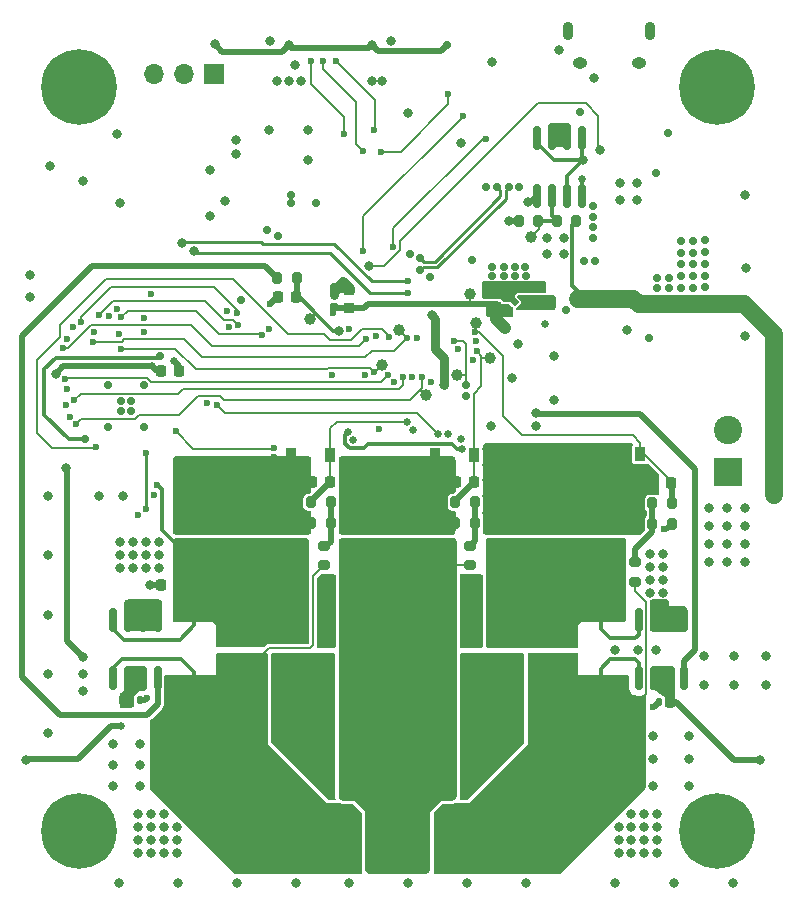
<source format=gbl>
G04 #@! TF.GenerationSoftware,KiCad,Pcbnew,(6.0.2)*
G04 #@! TF.CreationDate,2022-07-31T17:20:06+02:00*
G04 #@! TF.ProjectId,progetto_motor_controller,70726f67-6574-4746-9f5f-6d6f746f725f,rev?*
G04 #@! TF.SameCoordinates,Original*
G04 #@! TF.FileFunction,Copper,L4,Bot*
G04 #@! TF.FilePolarity,Positive*
%FSLAX46Y46*%
G04 Gerber Fmt 4.6, Leading zero omitted, Abs format (unit mm)*
G04 Created by KiCad (PCBNEW (6.0.2)) date 2022-07-31 17:20:06*
%MOMM*%
%LPD*%
G01*
G04 APERTURE LIST*
G04 Aperture macros list*
%AMRoundRect*
0 Rectangle with rounded corners*
0 $1 Rounding radius*
0 $2 $3 $4 $5 $6 $7 $8 $9 X,Y pos of 4 corners*
0 Add a 4 corners polygon primitive as box body*
4,1,4,$2,$3,$4,$5,$6,$7,$8,$9,$2,$3,0*
0 Add four circle primitives for the rounded corners*
1,1,$1+$1,$2,$3*
1,1,$1+$1,$4,$5*
1,1,$1+$1,$6,$7*
1,1,$1+$1,$8,$9*
0 Add four rect primitives between the rounded corners*
20,1,$1+$1,$2,$3,$4,$5,0*
20,1,$1+$1,$4,$5,$6,$7,0*
20,1,$1+$1,$6,$7,$8,$9,0*
20,1,$1+$1,$8,$9,$2,$3,0*%
%AMRotRect*
0 Rectangle, with rotation*
0 The origin of the aperture is its center*
0 $1 length*
0 $2 width*
0 $3 Rotation angle, in degrees counterclockwise*
0 Add horizontal line*
21,1,$1,$2,0,0,$3*%
%AMFreePoly0*
4,1,6,0.270000,-0.070500,0.270000,-0.105000,-0.090000,-0.105000,-0.090000,0.105000,0.090000,0.105000,0.270000,-0.070500,0.270000,-0.070500,$1*%
%AMFreePoly1*
4,1,6,0.090000,-0.105000,-0.270000,-0.105000,-0.270000,-0.070500,-0.090000,0.105000,0.090000,0.105000,0.090000,-0.105000,0.090000,-0.105000,$1*%
G04 Aperture macros list end*
G04 #@! TA.AperFunction,ComponentPad*
%ADD10O,1.250000X0.950000*%
G04 #@! TD*
G04 #@! TA.AperFunction,ComponentPad*
%ADD11O,0.890000X1.550000*%
G04 #@! TD*
G04 #@! TA.AperFunction,ComponentPad*
%ADD12C,0.800000*%
G04 #@! TD*
G04 #@! TA.AperFunction,ComponentPad*
%ADD13C,6.400000*%
G04 #@! TD*
G04 #@! TA.AperFunction,ComponentPad*
%ADD14R,2.400000X2.400000*%
G04 #@! TD*
G04 #@! TA.AperFunction,ComponentPad*
%ADD15C,2.400000*%
G04 #@! TD*
G04 #@! TA.AperFunction,ComponentPad*
%ADD16R,2.600000X2.600000*%
G04 #@! TD*
G04 #@! TA.AperFunction,ComponentPad*
%ADD17C,2.600000*%
G04 #@! TD*
G04 #@! TA.AperFunction,ComponentPad*
%ADD18R,1.700000X1.700000*%
G04 #@! TD*
G04 #@! TA.AperFunction,ComponentPad*
%ADD19O,1.700000X1.700000*%
G04 #@! TD*
G04 #@! TA.AperFunction,SMDPad,CuDef*
%ADD20C,1.000000*%
G04 #@! TD*
G04 #@! TA.AperFunction,SMDPad,CuDef*
%ADD21RoundRect,0.225000X0.225000X0.250000X-0.225000X0.250000X-0.225000X-0.250000X0.225000X-0.250000X0*%
G04 #@! TD*
G04 #@! TA.AperFunction,SMDPad,CuDef*
%ADD22RoundRect,0.225000X0.250000X-0.225000X0.250000X0.225000X-0.250000X0.225000X-0.250000X-0.225000X0*%
G04 #@! TD*
G04 #@! TA.AperFunction,SMDPad,CuDef*
%ADD23RoundRect,0.250000X1.425000X-0.362500X1.425000X0.362500X-1.425000X0.362500X-1.425000X-0.362500X0*%
G04 #@! TD*
G04 #@! TA.AperFunction,SMDPad,CuDef*
%ADD24R,0.900000X1.200000*%
G04 #@! TD*
G04 #@! TA.AperFunction,SMDPad,CuDef*
%ADD25RoundRect,0.150000X-0.150000X0.825000X-0.150000X-0.825000X0.150000X-0.825000X0.150000X0.825000X0*%
G04 #@! TD*
G04 #@! TA.AperFunction,SMDPad,CuDef*
%ADD26RoundRect,0.200000X-0.200000X-0.275000X0.200000X-0.275000X0.200000X0.275000X-0.200000X0.275000X0*%
G04 #@! TD*
G04 #@! TA.AperFunction,SMDPad,CuDef*
%ADD27RoundRect,0.200000X0.200000X0.275000X-0.200000X0.275000X-0.200000X-0.275000X0.200000X-0.275000X0*%
G04 #@! TD*
G04 #@! TA.AperFunction,SMDPad,CuDef*
%ADD28RoundRect,0.200000X0.275000X-0.200000X0.275000X0.200000X-0.275000X0.200000X-0.275000X-0.200000X0*%
G04 #@! TD*
G04 #@! TA.AperFunction,SMDPad,CuDef*
%ADD29FreePoly0,0.000000*%
G04 #@! TD*
G04 #@! TA.AperFunction,SMDPad,CuDef*
%ADD30FreePoly1,180.000000*%
G04 #@! TD*
G04 #@! TA.AperFunction,SMDPad,CuDef*
%ADD31FreePoly0,180.000000*%
G04 #@! TD*
G04 #@! TA.AperFunction,SMDPad,CuDef*
%ADD32FreePoly1,0.000000*%
G04 #@! TD*
G04 #@! TA.AperFunction,SMDPad,CuDef*
%ADD33RotRect,0.480000X0.480000X315.000000*%
G04 #@! TD*
G04 #@! TA.AperFunction,SMDPad,CuDef*
%ADD34RoundRect,0.150000X0.150000X-0.825000X0.150000X0.825000X-0.150000X0.825000X-0.150000X-0.825000X0*%
G04 #@! TD*
G04 #@! TA.AperFunction,SMDPad,CuDef*
%ADD35RoundRect,0.225000X-0.225000X-0.250000X0.225000X-0.250000X0.225000X0.250000X-0.225000X0.250000X0*%
G04 #@! TD*
G04 #@! TA.AperFunction,SMDPad,CuDef*
%ADD36RoundRect,0.140000X0.140000X0.170000X-0.140000X0.170000X-0.140000X-0.170000X0.140000X-0.170000X0*%
G04 #@! TD*
G04 #@! TA.AperFunction,SMDPad,CuDef*
%ADD37RoundRect,0.140000X-0.140000X-0.170000X0.140000X-0.170000X0.140000X0.170000X-0.140000X0.170000X0*%
G04 #@! TD*
G04 #@! TA.AperFunction,SMDPad,CuDef*
%ADD38RoundRect,0.140000X0.170000X-0.140000X0.170000X0.140000X-0.170000X0.140000X-0.170000X-0.140000X0*%
G04 #@! TD*
G04 #@! TA.AperFunction,ViaPad*
%ADD39C,0.700000*%
G04 #@! TD*
G04 #@! TA.AperFunction,ViaPad*
%ADD40C,0.800000*%
G04 #@! TD*
G04 #@! TA.AperFunction,ViaPad*
%ADD41C,0.600000*%
G04 #@! TD*
G04 #@! TA.AperFunction,ViaPad*
%ADD42C,0.650000*%
G04 #@! TD*
G04 #@! TA.AperFunction,Conductor*
%ADD43C,0.270000*%
G04 #@! TD*
G04 #@! TA.AperFunction,Conductor*
%ADD44C,0.750000*%
G04 #@! TD*
G04 #@! TA.AperFunction,Conductor*
%ADD45C,0.500000*%
G04 #@! TD*
G04 #@! TA.AperFunction,Conductor*
%ADD46C,0.300000*%
G04 #@! TD*
G04 #@! TA.AperFunction,Conductor*
%ADD47C,1.000000*%
G04 #@! TD*
G04 #@! TA.AperFunction,Conductor*
%ADD48C,0.200000*%
G04 #@! TD*
G04 #@! TA.AperFunction,Conductor*
%ADD49C,0.250000*%
G04 #@! TD*
G04 #@! TA.AperFunction,Conductor*
%ADD50C,1.500000*%
G04 #@! TD*
G04 #@! TA.AperFunction,Conductor*
%ADD51C,0.400000*%
G04 #@! TD*
G04 APERTURE END LIST*
D10*
X136400000Y-80950000D03*
D11*
X130400000Y-78250000D03*
D10*
X131400000Y-80950000D03*
D11*
X137400000Y-78250000D03*
D12*
X87302944Y-144302944D03*
X89000000Y-143600000D03*
X91400000Y-146000000D03*
X90697056Y-147697056D03*
X87302944Y-147697056D03*
X89000000Y-148400000D03*
X86600000Y-146000000D03*
D13*
X89000000Y-146000000D03*
D12*
X90697056Y-144302944D03*
D14*
X144000000Y-115550000D03*
D15*
X144000000Y-112050000D03*
D16*
X111000000Y-147150000D03*
D17*
X116000000Y-147150000D03*
X121000000Y-147150000D03*
D18*
X100450000Y-81900000D03*
D19*
X97910000Y-81900000D03*
X95370000Y-81900000D03*
D12*
X141302944Y-144302944D03*
X144697056Y-144302944D03*
X143000000Y-143600000D03*
X141302944Y-147697056D03*
D13*
X143000000Y-146000000D03*
D12*
X140600000Y-146000000D03*
X145400000Y-146000000D03*
X144697056Y-147697056D03*
X143000000Y-148400000D03*
X141302944Y-84697056D03*
X141302944Y-81302944D03*
X143000000Y-80600000D03*
X144697056Y-81302944D03*
X143000000Y-85400000D03*
D13*
X143000000Y-83000000D03*
D12*
X140600000Y-83000000D03*
X144697056Y-84697056D03*
X145400000Y-83000000D03*
X90697056Y-84697056D03*
X89000000Y-80600000D03*
X90697056Y-81302944D03*
D13*
X89000000Y-83000000D03*
D12*
X91400000Y-83000000D03*
X89000000Y-85400000D03*
X86600000Y-83000000D03*
X87302944Y-81302944D03*
X87302944Y-84697056D03*
D20*
X108550000Y-102650000D03*
D21*
X122475000Y-116400000D03*
X120925000Y-116400000D03*
D20*
X122650000Y-102950000D03*
D22*
X128000000Y-101375000D03*
X128000000Y-99825000D03*
D23*
X98800000Y-133512500D03*
X98800000Y-127587500D03*
D21*
X123975000Y-125150000D03*
X122425000Y-125150000D03*
D24*
X110250000Y-114150000D03*
X106950000Y-114150000D03*
X136550000Y-114050000D03*
X133250000Y-114050000D03*
D22*
X111900000Y-101725000D03*
X111900000Y-100175000D03*
D25*
X136395000Y-128075000D03*
X137665000Y-128075000D03*
X138935000Y-128075000D03*
X140205000Y-128075000D03*
X140205000Y-133025000D03*
X138935000Y-133025000D03*
X137665000Y-133025000D03*
X136395000Y-133025000D03*
D26*
X105825000Y-99150000D03*
X107475000Y-99150000D03*
D27*
X122525000Y-119900000D03*
X120875000Y-119900000D03*
D20*
X114650000Y-106500000D03*
X122100000Y-100500000D03*
D26*
X129475000Y-94350000D03*
X131125000Y-94350000D03*
D21*
X139175000Y-116550000D03*
X137625000Y-116550000D03*
X111550000Y-125150000D03*
X110000000Y-125150000D03*
D28*
X109800000Y-123475000D03*
X109800000Y-121825000D03*
D26*
X126275000Y-94350000D03*
X127925000Y-94350000D03*
D20*
X127300000Y-95650000D03*
D27*
X110325000Y-119900000D03*
X108675000Y-119900000D03*
D22*
X124300000Y-101600000D03*
X124300000Y-100050000D03*
D29*
X125380000Y-101525000D03*
D30*
X125380000Y-100875000D03*
D31*
X126420000Y-100875000D03*
D32*
X126420000Y-101525000D03*
D33*
X125900000Y-101200000D03*
D20*
X121050000Y-107350000D03*
D26*
X137575000Y-119950000D03*
X139225000Y-119950000D03*
D27*
X122525000Y-118150000D03*
X120875000Y-118150000D03*
D23*
X133200000Y-133512500D03*
X133200000Y-127587500D03*
D28*
X122150000Y-123475000D03*
X122150000Y-121825000D03*
D34*
X131605000Y-92225000D03*
X130335000Y-92225000D03*
X129065000Y-92225000D03*
X127795000Y-92225000D03*
X127795000Y-87275000D03*
X129065000Y-87275000D03*
X130335000Y-87275000D03*
X131605000Y-87275000D03*
D35*
X95975000Y-107000000D03*
X97525000Y-107000000D03*
D20*
X116150000Y-103550000D03*
X118400000Y-109100000D03*
D36*
X139080000Y-135050000D03*
X138120000Y-135050000D03*
D37*
X93240000Y-134900000D03*
X94200000Y-134900000D03*
D28*
X136100000Y-124875000D03*
X136100000Y-123225000D03*
D25*
X91895000Y-128075000D03*
X93165000Y-128075000D03*
X94435000Y-128075000D03*
X95705000Y-128075000D03*
X95705000Y-133025000D03*
X94435000Y-133025000D03*
X93165000Y-133025000D03*
X91895000Y-133025000D03*
D21*
X110300000Y-116400000D03*
X108750000Y-116400000D03*
D20*
X123800000Y-105950000D03*
D27*
X110325000Y-118150000D03*
X108675000Y-118150000D03*
D24*
X122450000Y-114150000D03*
X119150000Y-114150000D03*
D21*
X107425000Y-100800000D03*
X105875000Y-100800000D03*
D38*
X110600000Y-101530000D03*
X110600000Y-100570000D03*
D21*
X97475000Y-125150000D03*
X95925000Y-125150000D03*
D26*
X137575000Y-118250000D03*
X139225000Y-118250000D03*
D39*
X126300000Y-91450000D03*
X123500000Y-91450000D03*
X125400000Y-91450000D03*
X117925000Y-98500000D03*
X117925000Y-97500000D03*
X124400000Y-91450000D03*
D40*
X118900000Y-102300000D03*
X100500000Y-79350000D03*
X106800000Y-79450000D03*
X119900000Y-108200000D03*
X113800000Y-79450000D03*
D39*
X120200000Y-79450000D03*
D40*
X102350000Y-87450000D03*
X138000000Y-146750000D03*
X134800000Y-117650000D03*
X89400000Y-90950000D03*
X86400000Y-117650000D03*
D39*
X126200000Y-100000000D03*
X125000000Y-99000000D03*
D40*
X100100000Y-90050000D03*
D39*
X139000000Y-99150000D03*
X142000000Y-97950000D03*
D40*
X107300000Y-81100000D03*
X126400000Y-114950000D03*
X134800000Y-120350000D03*
D39*
X140000000Y-100000000D03*
D40*
X102000000Y-116250000D03*
D41*
X118800000Y-108000000D03*
D40*
X107600000Y-114950000D03*
D39*
X118700000Y-99050000D03*
D40*
X114250000Y-114950000D03*
X138000000Y-147850000D03*
X118450000Y-114950000D03*
X133400000Y-120350000D03*
X136900000Y-144550000D03*
D41*
X99850000Y-109750000D03*
D40*
X136900000Y-146750000D03*
D39*
X132550000Y-95800000D03*
X125900000Y-98200000D03*
D41*
X113200000Y-107350500D03*
X111900000Y-103450000D03*
D40*
X95100000Y-147850000D03*
X94000000Y-144550000D03*
X129200000Y-116250000D03*
X134800000Y-115450000D03*
X111450000Y-114950000D03*
D41*
X94400000Y-126700000D03*
D40*
X123600000Y-119050000D03*
X92500000Y-92850000D03*
X102000000Y-119050000D03*
D39*
X138950000Y-100000000D03*
D40*
X135800000Y-145650000D03*
X103400000Y-117650000D03*
D41*
X137600000Y-135450000D03*
D42*
X97050000Y-106150000D03*
D40*
X103400000Y-114950000D03*
D41*
X94500000Y-102550000D03*
D40*
X111450000Y-119050000D03*
X100600000Y-116250000D03*
D41*
X122650000Y-104500000D03*
D40*
X114700000Y-82500000D03*
X115650000Y-117650000D03*
X94000000Y-146750000D03*
X106200000Y-114950000D03*
X99200000Y-117650000D03*
X125400000Y-94350000D03*
D41*
X95150000Y-100500000D03*
X94800000Y-134750000D03*
D40*
X129200000Y-109450000D03*
D41*
X105200000Y-101350000D03*
D40*
X107800000Y-82500000D03*
D39*
X140000000Y-99000000D03*
X141000000Y-97000000D03*
X110600000Y-99900000D03*
D40*
X93600000Y-121550000D03*
X135800000Y-146750000D03*
X137900000Y-130650000D03*
X84850000Y-100750000D03*
D39*
X141000000Y-98000000D03*
D41*
X114441347Y-111975500D03*
D40*
X130600000Y-117650000D03*
X109600000Y-128300000D03*
D39*
X107000000Y-92800000D03*
D40*
X112850000Y-114950000D03*
X96200000Y-147850000D03*
X96200000Y-146750000D03*
D39*
X132550000Y-94025000D03*
D40*
X107600000Y-119050000D03*
D41*
X92250000Y-101750000D03*
D40*
X126900000Y-150350000D03*
X123600000Y-116250000D03*
D39*
X142000000Y-95950000D03*
D42*
X117300000Y-112000000D03*
D40*
X106800000Y-82500000D03*
X121350000Y-87700000D03*
D39*
X132550000Y-93025000D03*
D40*
X136900000Y-147850000D03*
X135800000Y-147850000D03*
X118450000Y-119050000D03*
D39*
X91500000Y-108250000D03*
D40*
X145450000Y-104050000D03*
X124000000Y-80850000D03*
X118450000Y-117650000D03*
X116900000Y-150350000D03*
X119850000Y-119050000D03*
X106200000Y-117650000D03*
X123900000Y-111650000D03*
X112850000Y-117650000D03*
X127800000Y-114950000D03*
X111450000Y-117650000D03*
X113800000Y-82500000D03*
X133400000Y-119050000D03*
D39*
X102700000Y-101000000D03*
D40*
X104800000Y-114950000D03*
D39*
X94500000Y-111750000D03*
D40*
X116900000Y-85150000D03*
X136325000Y-130650000D03*
D39*
X124000000Y-99000000D03*
D40*
X112850000Y-119050000D03*
X137400000Y-122550000D03*
D42*
X121390414Y-112754769D03*
D40*
X132000000Y-116250000D03*
D39*
X137300000Y-104250000D03*
D40*
X127800000Y-116250000D03*
D41*
X93150000Y-126700000D03*
D40*
X108400000Y-89150000D03*
X135900000Y-119050000D03*
X132000000Y-113650000D03*
D39*
X104900000Y-95100000D03*
D40*
X119850000Y-117650000D03*
X130600000Y-114950000D03*
X118450000Y-116250000D03*
X125000000Y-117650000D03*
X126400000Y-117650000D03*
D41*
X138700000Y-126700000D03*
D40*
X100600000Y-114950000D03*
D39*
X142000000Y-96950000D03*
D40*
X134700000Y-146750000D03*
X94000000Y-147850000D03*
X133400000Y-115450000D03*
X94000000Y-145650000D03*
X107600000Y-120350000D03*
X86400000Y-132650000D03*
X127700000Y-111650000D03*
X132600000Y-82250000D03*
D39*
X92550000Y-110450000D03*
D40*
X126200000Y-104725000D03*
X97400000Y-150350000D03*
X138500000Y-125850000D03*
D39*
X93450000Y-109600000D03*
D41*
X92449500Y-103900500D03*
D39*
X131450000Y-85124500D03*
D41*
X101725000Y-103300000D03*
D39*
X91500000Y-111750000D03*
D40*
X103400000Y-116250000D03*
D41*
X117650000Y-104250000D03*
D40*
X109650000Y-126800000D03*
X94700000Y-121550000D03*
D41*
X137650000Y-126700000D03*
D40*
X97300000Y-146750000D03*
X97300000Y-147850000D03*
D41*
X88000000Y-108550000D03*
D39*
X138000000Y-99150000D03*
D40*
X117050000Y-117650000D03*
X133400000Y-117650000D03*
D41*
X105150000Y-103500000D03*
X114150000Y-104100000D03*
D39*
X132550000Y-94800000D03*
X121800000Y-109150000D03*
D40*
X101400000Y-92600000D03*
D39*
X126800000Y-98200000D03*
D40*
X137400000Y-125850000D03*
X132000000Y-114950000D03*
X90700000Y-117600000D03*
D41*
X88500000Y-103300000D03*
D40*
X102400000Y-150350000D03*
X100600000Y-117650000D03*
D42*
X120300000Y-112350000D03*
D40*
X125000000Y-116250000D03*
X96200000Y-144550000D03*
D41*
X94050000Y-119250000D03*
D40*
X136150000Y-117650000D03*
X144400000Y-150350000D03*
X107600000Y-116250000D03*
X99200000Y-119050000D03*
D41*
X138550000Y-120450000D03*
D40*
X126400000Y-113650000D03*
X138500000Y-122550000D03*
D41*
X115715334Y-107965334D03*
D40*
X136900000Y-145650000D03*
D39*
X140000000Y-97000000D03*
D40*
X92400000Y-150350000D03*
X86400000Y-127650000D03*
X122050000Y-126850000D03*
X105150000Y-86650000D03*
X122000000Y-128400000D03*
D39*
X126900000Y-99000000D03*
D40*
X138500000Y-123650000D03*
X95100000Y-144550000D03*
D39*
X105900000Y-95600000D03*
D40*
X125000000Y-114950000D03*
X129200000Y-114950000D03*
X95800000Y-122650000D03*
X138000000Y-145650000D03*
D41*
X121150000Y-105200000D03*
D40*
X137400000Y-124750000D03*
X92500000Y-123750000D03*
D39*
X140000000Y-96000000D03*
D40*
X132000000Y-119050000D03*
X127800000Y-117650000D03*
D41*
X110450000Y-107350500D03*
D40*
X93600000Y-122650000D03*
X119850000Y-114950000D03*
D39*
X142000000Y-99950000D03*
X140000000Y-98000000D03*
X125100000Y-100000000D03*
D40*
X136150000Y-115450000D03*
D39*
X142000000Y-98950000D03*
X141000000Y-99000000D03*
D40*
X134400000Y-150350000D03*
D39*
X109050000Y-92850000D03*
D41*
X117250000Y-107550500D03*
D40*
X112850000Y-116250000D03*
X139400000Y-150350000D03*
D39*
X132750000Y-97750000D03*
D40*
X84850000Y-98900000D03*
X94700000Y-123750000D03*
X105800000Y-82500000D03*
D41*
X88000000Y-104300000D03*
D40*
X138500000Y-124750000D03*
X119850000Y-120350000D03*
X93600000Y-123750000D03*
D39*
X92550000Y-109600000D03*
D40*
X121900000Y-150350000D03*
X95100000Y-145650000D03*
D39*
X123500000Y-100000000D03*
D40*
X114250000Y-116250000D03*
D39*
X93450000Y-110450000D03*
D40*
X92750000Y-117600000D03*
D39*
X141000000Y-96000000D03*
X131750000Y-97750000D03*
D40*
X94700000Y-122650000D03*
X127000000Y-92750000D03*
X136100000Y-120350000D03*
X123600000Y-117650000D03*
D39*
X107000000Y-92100000D03*
D40*
X107600000Y-117650000D03*
D39*
X127190000Y-100000000D03*
X138900000Y-86850000D03*
D40*
X117050000Y-116250000D03*
D39*
X137900000Y-90250000D03*
D40*
X134700000Y-147850000D03*
X86400000Y-137650000D03*
X114250000Y-117650000D03*
D39*
X124000000Y-98200000D03*
D40*
X123600000Y-114950000D03*
X137400000Y-123650000D03*
X92500000Y-121550000D03*
X129200000Y-113650000D03*
X130600000Y-116250000D03*
D39*
X117050000Y-97150000D03*
D40*
X126400000Y-119050000D03*
X95800000Y-123750000D03*
X138000000Y-144550000D03*
X104800000Y-116250000D03*
D39*
X138000000Y-100000000D03*
D40*
X117050000Y-114950000D03*
D41*
X105500000Y-114350000D03*
D40*
X123600000Y-113650000D03*
D41*
X95400000Y-117550000D03*
X95700000Y-126700000D03*
D40*
X130600000Y-113650000D03*
X102000000Y-117650000D03*
D41*
X91550000Y-102350000D03*
X101575000Y-101975000D03*
D40*
X99200000Y-116250000D03*
D41*
X87950000Y-109950000D03*
D39*
X141000000Y-100000000D03*
D40*
X125000000Y-113650000D03*
D41*
X94550000Y-103750000D03*
D40*
X108400000Y-86650000D03*
X99200000Y-114950000D03*
D39*
X122300000Y-97670000D03*
X111400000Y-99400000D03*
D40*
X92500000Y-122650000D03*
X95000000Y-125150000D03*
X115650000Y-116250000D03*
X134400000Y-130650000D03*
D39*
X130250000Y-101850000D03*
D41*
X122400000Y-106100000D03*
D40*
X135800000Y-144550000D03*
X97300000Y-145650000D03*
D41*
X90256962Y-103752529D03*
D40*
X125000000Y-119050000D03*
X100600000Y-119050000D03*
X86400000Y-122650000D03*
X126400000Y-116250000D03*
X102000000Y-114950000D03*
X95100000Y-146750000D03*
X115650000Y-114950000D03*
D42*
X112250000Y-112900000D03*
D40*
X129200000Y-117650000D03*
X104800000Y-117650000D03*
X106200000Y-116250000D03*
X100100000Y-93900000D03*
D39*
X125000000Y-98200000D03*
X125900000Y-99000000D03*
D41*
X88250000Y-110900000D03*
D40*
X111900000Y-150350000D03*
X96200000Y-145650000D03*
X107400000Y-150350000D03*
X127800000Y-113650000D03*
X132000000Y-117650000D03*
X95800000Y-121550000D03*
X134700000Y-145650000D03*
D39*
X94500000Y-108250000D03*
D40*
X102350000Y-88650000D03*
X119850000Y-116250000D03*
X111450000Y-116250000D03*
X132000000Y-120350000D03*
X125650000Y-107650000D03*
X136300000Y-91150000D03*
D42*
X128509215Y-103013967D03*
D40*
X134800000Y-91150000D03*
X105200000Y-79100000D03*
X129650000Y-79850000D03*
X145400000Y-92100000D03*
X130050000Y-95750000D03*
X135400000Y-103600000D03*
X145500000Y-98350000D03*
X130050000Y-97150000D03*
X134800000Y-92550000D03*
X128650000Y-97150000D03*
X129000000Y-101100000D03*
X86600000Y-89700000D03*
X131722205Y-89150000D03*
X92250000Y-87000000D03*
X129200000Y-105750000D03*
X136300000Y-92550000D03*
X128650000Y-95750000D03*
X115400000Y-79100011D03*
X84500000Y-140000000D03*
X125100009Y-103398531D03*
D42*
X92600000Y-137050000D03*
D40*
X146700000Y-139950000D03*
D41*
X110510184Y-102158709D03*
X92750000Y-135300000D03*
D40*
X98750000Y-96900000D03*
D41*
X116900000Y-100400000D03*
D40*
X97750000Y-96200000D03*
D41*
X116900000Y-99450000D03*
D40*
X131300000Y-100900000D03*
X122050000Y-136450000D03*
X123300000Y-135750000D03*
X145400000Y-120150000D03*
X109950000Y-135050000D03*
X132300000Y-100900000D03*
X108700000Y-134350000D03*
X108700000Y-132950000D03*
X109950000Y-136450000D03*
X137650000Y-139900000D03*
X91900000Y-138650000D03*
X109950000Y-133650000D03*
X140650000Y-142150000D03*
X143900000Y-121650000D03*
X141900000Y-133650000D03*
X142400000Y-123200000D03*
X89400000Y-134150000D03*
X87050000Y-107250000D03*
X147850000Y-117550000D03*
X91900000Y-140400000D03*
X142400000Y-121650000D03*
X94150000Y-142150000D03*
D42*
X95200000Y-106574500D03*
D40*
X91900000Y-142150000D03*
X140650000Y-137900000D03*
X143900000Y-118650000D03*
X125800000Y-134350000D03*
X125800000Y-135750000D03*
X106200000Y-135750000D03*
X94150000Y-140400000D03*
X106200000Y-134350000D03*
X140650000Y-139900000D03*
X107450000Y-136450000D03*
X108700000Y-131550000D03*
X124550000Y-137850000D03*
X133300000Y-100900000D03*
X123300000Y-131550000D03*
X145400000Y-121650000D03*
X108700000Y-135750000D03*
X107450000Y-137850000D03*
X137650000Y-142150000D03*
X125800000Y-137150000D03*
X89400000Y-132650000D03*
X141900000Y-131150000D03*
X144450000Y-133650000D03*
X107450000Y-133650000D03*
X122050000Y-137850000D03*
X142400000Y-120150000D03*
X125800000Y-131550000D03*
X124550000Y-132250000D03*
X142400000Y-118650000D03*
X106200000Y-132950000D03*
X109950000Y-137850000D03*
X137650000Y-137900000D03*
X122050000Y-133650000D03*
X106200000Y-131550000D03*
X144450000Y-131150000D03*
X124550000Y-133650000D03*
X147150000Y-131150000D03*
X143900000Y-123200000D03*
X124550000Y-136450000D03*
X107450000Y-132250000D03*
X123300000Y-132950000D03*
X123300000Y-134350000D03*
X125800000Y-132950000D03*
X124550000Y-135050000D03*
X94150000Y-138650000D03*
X87900000Y-115250000D03*
X89400000Y-131250000D03*
X123300000Y-137150000D03*
X147150000Y-133650000D03*
X143900000Y-120150000D03*
X147850000Y-115150000D03*
X122050000Y-135050000D03*
X145400000Y-118650000D03*
X147850000Y-116350000D03*
X107450000Y-135050000D03*
X106200000Y-137150000D03*
X108700000Y-137150000D03*
X145400000Y-123200000D03*
X136400000Y-136750000D03*
X128150000Y-145400000D03*
X134400000Y-138450000D03*
X124400000Y-147400000D03*
X136400000Y-138450000D03*
X125650000Y-145400000D03*
X129400000Y-147400000D03*
X135300000Y-135150000D03*
X130650000Y-145400000D03*
X131700000Y-135150000D03*
X126900000Y-147400000D03*
X134400000Y-136750000D03*
X133500000Y-135150000D03*
X117600000Y-125850000D03*
X117600000Y-124450000D03*
X113400000Y-125850000D03*
X113400000Y-127250000D03*
X120400000Y-125850000D03*
X119000000Y-127250000D03*
X120400000Y-123050000D03*
X114800000Y-127250000D03*
X119000000Y-123050000D03*
X116200000Y-121650000D03*
X114800000Y-125850000D03*
X119000000Y-130050000D03*
X113400000Y-121650000D03*
X113400000Y-128650000D03*
X119000000Y-128650000D03*
X119000000Y-121650000D03*
X112000000Y-123050000D03*
X119000000Y-125850000D03*
X114800000Y-123050000D03*
X119000000Y-124450000D03*
X116200000Y-123050000D03*
X113400000Y-123050000D03*
X116200000Y-124450000D03*
X117600000Y-123050000D03*
X120400000Y-127250000D03*
X112000000Y-127250000D03*
X112000000Y-121650000D03*
X113400000Y-124450000D03*
X120400000Y-128650000D03*
X112000000Y-128650000D03*
X116200000Y-127250000D03*
X114800000Y-121650000D03*
X117600000Y-127250000D03*
X120400000Y-121650000D03*
X112000000Y-124450000D03*
X120400000Y-124450000D03*
X117600000Y-121650000D03*
X116200000Y-125850000D03*
X114800000Y-124450000D03*
X120400000Y-130050000D03*
X112000000Y-125850000D03*
X97900000Y-136750000D03*
X101400000Y-145150000D03*
X105150000Y-147150000D03*
X97000000Y-135150000D03*
X98800000Y-135150000D03*
X102650000Y-147150000D03*
X107650000Y-147150000D03*
X100800000Y-135150000D03*
X96100000Y-136750000D03*
X96100000Y-138550000D03*
X103900000Y-145150000D03*
X106400000Y-145150000D03*
X97900000Y-138550000D03*
D41*
X115600000Y-96574500D03*
X123450000Y-87350000D03*
D40*
X133100000Y-88350000D03*
X113600000Y-98150000D03*
D41*
X121500000Y-85450000D03*
X113100000Y-96900000D03*
X92600000Y-102500000D03*
X104500000Y-104000000D03*
X90700000Y-102300000D03*
X102500000Y-103100000D03*
X89198891Y-102911727D03*
X102400000Y-102150000D03*
D40*
X111000000Y-103650000D03*
D41*
X92550000Y-105150000D03*
X114000000Y-107100000D03*
X116800936Y-104203096D03*
X90200000Y-104550000D03*
X87700000Y-105050500D03*
X113300000Y-104325000D03*
X115150000Y-107400000D03*
X87850000Y-107750000D03*
X116450000Y-107550500D03*
X88625500Y-109500000D03*
X88800000Y-111500000D03*
X118050000Y-107550000D03*
X120800000Y-104450000D03*
D42*
X116790298Y-111320398D03*
D39*
X121800000Y-108250000D03*
D41*
X122700000Y-105350000D03*
X122550000Y-103700000D03*
X110800000Y-80800000D03*
X114000000Y-86600000D03*
X114600000Y-88500000D03*
X120300000Y-83600000D03*
X109700000Y-80800000D03*
X113050000Y-88400000D03*
X108700000Y-80800000D03*
X111500000Y-87000000D03*
X105500000Y-113550000D03*
X97200000Y-112150000D03*
D40*
X131100000Y-124450000D03*
X124100000Y-127250000D03*
X128300000Y-127250000D03*
D42*
X121475498Y-113600000D03*
D40*
X131100000Y-121650000D03*
X125500000Y-125850000D03*
X129700000Y-125850000D03*
D42*
X111828529Y-112162425D03*
D40*
X125500000Y-123050000D03*
X131100000Y-125850000D03*
X132500000Y-124450000D03*
X126900000Y-125850000D03*
X129700000Y-121650000D03*
X132500000Y-121650000D03*
X126900000Y-127250000D03*
X128300000Y-121650000D03*
X125500000Y-128650000D03*
X124100000Y-123050000D03*
X133900000Y-123050000D03*
X124100000Y-125850000D03*
X128300000Y-123050000D03*
X129700000Y-124450000D03*
X131100000Y-127250000D03*
X132500000Y-123050000D03*
X126900000Y-123050000D03*
X133900000Y-125850000D03*
X125500000Y-121650000D03*
X128300000Y-125850000D03*
X125500000Y-127250000D03*
X133900000Y-124450000D03*
X124100000Y-128650000D03*
X125500000Y-124450000D03*
X124100000Y-121650000D03*
X124100000Y-124450000D03*
X126900000Y-121650000D03*
X129700000Y-127250000D03*
X133900000Y-121650000D03*
X129700000Y-123050000D03*
X126900000Y-124450000D03*
X128300000Y-124450000D03*
X131100000Y-123050000D03*
X132500000Y-125850000D03*
D42*
X119400000Y-112375000D03*
D41*
X100700000Y-109900000D03*
X115275000Y-104150000D03*
X90500000Y-113500000D03*
X94700000Y-114000000D03*
X94700000Y-118700000D03*
D40*
X127700000Y-110550000D03*
D39*
X89550000Y-112800000D03*
X95850000Y-105800000D03*
D40*
X103700000Y-127250000D03*
X100900000Y-124450000D03*
X102300000Y-123050000D03*
X99500000Y-121650000D03*
X106500000Y-124450000D03*
X102300000Y-127250000D03*
X99500000Y-124450000D03*
X98100000Y-124450000D03*
X99500000Y-125850000D03*
X107900000Y-127250000D03*
X98100000Y-125850000D03*
X105100000Y-125850000D03*
X107900000Y-121650000D03*
X105100000Y-123050000D03*
X102300000Y-124450000D03*
X107900000Y-125850000D03*
X100900000Y-123050000D03*
X103700000Y-124450000D03*
X107900000Y-123050000D03*
X100900000Y-125850000D03*
X98100000Y-123050000D03*
X103700000Y-123050000D03*
X105100000Y-127250000D03*
X105100000Y-121650000D03*
X105100000Y-124450000D03*
D41*
X95650000Y-116650000D03*
D40*
X106500000Y-127250000D03*
X103700000Y-125850000D03*
X106500000Y-121650000D03*
X102300000Y-125850000D03*
X106500000Y-125850000D03*
X107900000Y-124450000D03*
X103700000Y-121650000D03*
X100900000Y-121650000D03*
X107900000Y-128650000D03*
X99500000Y-123050000D03*
X98100000Y-121650000D03*
X106500000Y-123050000D03*
X102300000Y-121650000D03*
D42*
X131600000Y-90750000D03*
D43*
X125135001Y-92447341D02*
X125135001Y-91714999D01*
X124664999Y-91714999D02*
X124400000Y-91450000D01*
X125135001Y-91714999D02*
X125400000Y-91450000D01*
X124664999Y-92252659D02*
X124664999Y-91714999D01*
X118189999Y-98235001D02*
X119347341Y-98235001D01*
X117925000Y-98500000D02*
X118189999Y-98235001D01*
X118189999Y-97764999D02*
X119152659Y-97764999D01*
X117925000Y-97500000D02*
X118189999Y-97764999D01*
X119347341Y-98235001D02*
X125135001Y-92447341D01*
X119152659Y-97764999D02*
X124664999Y-92252659D01*
D44*
X119200000Y-102600000D02*
X119200000Y-105200000D01*
D45*
X120200000Y-79450000D02*
X119700489Y-79949511D01*
X113600000Y-79650000D02*
X107000000Y-79650000D01*
X106800000Y-79450000D02*
X106250000Y-80000000D01*
X114299511Y-79949511D02*
X113800000Y-79450000D01*
D44*
X119900000Y-105900000D02*
X119900000Y-108200000D01*
D45*
X107000000Y-79650000D02*
X106800000Y-79450000D01*
D44*
X119200000Y-105200000D02*
X119900000Y-105900000D01*
D45*
X106250000Y-80000000D02*
X101150000Y-80000000D01*
X101150000Y-80000000D02*
X100500000Y-79350000D01*
D44*
X118900000Y-102300000D02*
X119200000Y-102600000D01*
D45*
X119700489Y-79949511D02*
X114299511Y-79949511D01*
X113800000Y-79450000D02*
X113600000Y-79650000D01*
X105750000Y-100800000D02*
X105200000Y-101350000D01*
X105875000Y-100800000D02*
X105750000Y-100800000D01*
X94650000Y-134900000D02*
X94800000Y-134750000D01*
X95925000Y-125150000D02*
X95000000Y-125150000D01*
D44*
X111400000Y-99400000D02*
X111900000Y-99900000D01*
D45*
X138550000Y-120450000D02*
X138725000Y-120450000D01*
X125400000Y-94350000D02*
X126275000Y-94350000D01*
D44*
X111900000Y-99900000D02*
X111900000Y-100175000D01*
D45*
X97525000Y-107000000D02*
X97525000Y-106625000D01*
X94200000Y-134900000D02*
X94650000Y-134900000D01*
X137600000Y-135450000D02*
X137720000Y-135450000D01*
X137720000Y-135450000D02*
X138120000Y-135050000D01*
D44*
X110600000Y-99900000D02*
X110900000Y-99900000D01*
D45*
X138725000Y-120450000D02*
X139225000Y-119950000D01*
D44*
X110600000Y-99900000D02*
X110600000Y-100570000D01*
D45*
X127270000Y-92750000D02*
X127795000Y-92225000D01*
X97525000Y-106625000D02*
X97050000Y-106150000D01*
X110995000Y-100175000D02*
X110600000Y-100570000D01*
X127000000Y-92750000D02*
X127270000Y-92750000D01*
X111900000Y-100175000D02*
X110995000Y-100175000D01*
D44*
X110900000Y-99900000D02*
X111400000Y-99400000D01*
D46*
X131722205Y-89150000D02*
X130335000Y-90537205D01*
X131722205Y-89150000D02*
X131605000Y-89032795D01*
X130335000Y-90537205D02*
X130335000Y-92225000D01*
X131722205Y-89150000D02*
X129258573Y-89150000D01*
X127795000Y-87686427D02*
X127795000Y-87275000D01*
X131605000Y-89032795D02*
X131605000Y-87275000D01*
X129258573Y-89150000D02*
X127795000Y-87686427D01*
D45*
X144450000Y-139950000D02*
X139550000Y-135050000D01*
X91750000Y-137050000D02*
X88900000Y-139900000D01*
D47*
X124300000Y-102598522D02*
X124300000Y-101600000D01*
D45*
X139550000Y-135050000D02*
X139080000Y-135050000D01*
X113150000Y-101700000D02*
X113500000Y-101350000D01*
X122100000Y-101350000D02*
X124050000Y-101350000D01*
D48*
X122100000Y-100250000D02*
X122100000Y-101350000D01*
D45*
X124050000Y-101350000D02*
X124300000Y-101600000D01*
X146700000Y-139950000D02*
X144450000Y-139950000D01*
X84600000Y-139900000D02*
X84500000Y-140000000D01*
X113500000Y-101350000D02*
X122100000Y-101350000D01*
D47*
X125100009Y-103398531D02*
X124300000Y-102598522D01*
D45*
X110620000Y-101700000D02*
X113150000Y-101700000D01*
X92600000Y-137050000D02*
X91750000Y-137050000D01*
X110510184Y-102158709D02*
X110510184Y-101809816D01*
X88900000Y-139900000D02*
X84600000Y-139900000D01*
X110510184Y-101809816D02*
X110620000Y-101700000D01*
D49*
X98750000Y-96900000D02*
X98850000Y-97000000D01*
X110300000Y-97000000D02*
X113700000Y-100400000D01*
X98850000Y-97000000D02*
X110300000Y-97000000D01*
X113700000Y-100400000D02*
X116900000Y-100400000D01*
X104620607Y-96274511D02*
X104446096Y-96100000D01*
X116900000Y-99450000D02*
X113800000Y-99450000D01*
X97850000Y-96100000D02*
X97750000Y-96200000D01*
X104446096Y-96100000D02*
X97850000Y-96100000D01*
X113800000Y-99450000D02*
X110624511Y-96274511D01*
X110624511Y-96274511D02*
X104620607Y-96274511D01*
D50*
X145300000Y-101350000D02*
X136400000Y-101350000D01*
D45*
X95124500Y-106650000D02*
X87650000Y-106650000D01*
D46*
X131300000Y-100300000D02*
X131300000Y-100900000D01*
D45*
X88000000Y-129850000D02*
X89400000Y-131250000D01*
X95975000Y-107000000D02*
X95625500Y-107000000D01*
X95625500Y-107000000D02*
X95200000Y-106574500D01*
D50*
X147850000Y-117550000D02*
X147850000Y-103900000D01*
X136400000Y-101350000D02*
X135950000Y-100900000D01*
X135950000Y-100900000D02*
X131300000Y-100900000D01*
D46*
X131125000Y-94350000D02*
X130800489Y-94674511D01*
D45*
X88000000Y-115350000D02*
X88000000Y-129850000D01*
D50*
X147850000Y-103900000D02*
X145300000Y-101350000D01*
D45*
X87650000Y-106650000D02*
X87050000Y-107250000D01*
D46*
X130800489Y-99800489D02*
X131300000Y-100300000D01*
X130800489Y-94674511D02*
X130800489Y-99800489D01*
D45*
X87900000Y-115250000D02*
X88000000Y-115350000D01*
D51*
X95200000Y-106574500D02*
X95124500Y-106650000D01*
D48*
X137025000Y-126625000D02*
X137025000Y-134375000D01*
X136100000Y-124875000D02*
X136100000Y-125700000D01*
D46*
X136395000Y-133025000D02*
X136395000Y-131745000D01*
X136395000Y-131745000D02*
X136100000Y-131450000D01*
X133200000Y-132250000D02*
X133200000Y-133512500D01*
D48*
X137025000Y-134375000D02*
X136650000Y-134750000D01*
X136100000Y-125700000D02*
X137025000Y-126625000D01*
D46*
X134000000Y-131450000D02*
X133200000Y-132250000D01*
X136100000Y-131450000D02*
X134000000Y-131450000D01*
D48*
X120825000Y-123475000D02*
X120400000Y-123050000D01*
X122150000Y-123475000D02*
X120825000Y-123475000D01*
D46*
X98800000Y-132550000D02*
X98800000Y-133512500D01*
D48*
X108850000Y-130250000D02*
X108600000Y-130500000D01*
D46*
X97650000Y-131400000D02*
X98800000Y-132550000D01*
D48*
X108850000Y-124425000D02*
X108850000Y-130250000D01*
D46*
X91895000Y-133025000D02*
X91895000Y-132155000D01*
X92650000Y-131400000D02*
X97650000Y-131400000D01*
D48*
X109800000Y-123475000D02*
X108850000Y-124425000D01*
X105100000Y-130500000D02*
X104450000Y-131150000D01*
D46*
X91895000Y-132155000D02*
X92650000Y-131400000D01*
D48*
X108600000Y-130500000D02*
X105100000Y-130500000D01*
X115600000Y-94950000D02*
X115600000Y-96574500D01*
X123450000Y-87350000D02*
X123200000Y-87350000D01*
X123200000Y-87350000D02*
X115600000Y-94950000D01*
X133000000Y-88250000D02*
X133000000Y-85450000D01*
X114872338Y-98150000D02*
X113600000Y-98150000D01*
X131925000Y-84375000D02*
X127875000Y-84375000D01*
X116199511Y-96050489D02*
X116199511Y-96822827D01*
X116199511Y-96822827D02*
X114872338Y-98150000D01*
X133100000Y-88350000D02*
X133000000Y-88250000D01*
X127875000Y-84375000D02*
X116199511Y-96050489D01*
X133000000Y-85450000D02*
X131925000Y-84375000D01*
X121500000Y-85500000D02*
X113100000Y-93900000D01*
X113100000Y-93900000D02*
X113100000Y-96900000D01*
X121500000Y-85450000D02*
X121500000Y-85500000D01*
X104500000Y-104000000D02*
X104399511Y-103899511D01*
X93149511Y-101950489D02*
X92600000Y-102500000D01*
X98900489Y-101950489D02*
X93149511Y-101950489D01*
X104399511Y-103899511D02*
X100849511Y-103899511D01*
X100849511Y-103899511D02*
X98900489Y-101950489D01*
X99700000Y-101100000D02*
X91900000Y-101100000D01*
X102475000Y-103100000D02*
X102075489Y-102700489D01*
X102500000Y-103100000D02*
X102475000Y-103100000D01*
X102075489Y-102700489D02*
X101300489Y-102700489D01*
X101300489Y-102700489D02*
X99700000Y-101100000D01*
X91900000Y-101100000D02*
X90700000Y-102300000D01*
X102400000Y-101875000D02*
X102400000Y-102150000D01*
X89198891Y-102911727D02*
X89198891Y-102451109D01*
X91750000Y-99900000D02*
X100425000Y-99900000D01*
X89198891Y-102451109D02*
X91750000Y-99900000D01*
X100425000Y-99900000D02*
X102400000Y-101875000D01*
D46*
X107700000Y-100800000D02*
X107425000Y-100800000D01*
D45*
X107475000Y-100750000D02*
X107425000Y-100800000D01*
D48*
X109025000Y-102175000D02*
X109075000Y-102175000D01*
D46*
X109075000Y-102175000D02*
X107700000Y-100800000D01*
D45*
X107475000Y-99150000D02*
X107475000Y-100750000D01*
D46*
X111000000Y-103650000D02*
X110550000Y-103650000D01*
X110550000Y-103650000D02*
X109075000Y-102175000D01*
D48*
X108550000Y-102650000D02*
X109025000Y-102175000D01*
X97150489Y-105150489D02*
X98900000Y-106900000D01*
X92550000Y-105150000D02*
X92550489Y-105150489D01*
X114050000Y-107100000D02*
X114650000Y-106500000D01*
X114000000Y-107100000D02*
X114050000Y-107100000D01*
X92550489Y-105150489D02*
X97150489Y-105150489D01*
X113650989Y-106750989D02*
X114000000Y-107100000D01*
X110052662Y-106900000D02*
X110201673Y-106750989D01*
X98900000Y-106900000D02*
X110052662Y-106900000D01*
X110201673Y-106750989D02*
X113650989Y-106750989D01*
X113250000Y-105850000D02*
X113800000Y-105300000D01*
X116800936Y-104200936D02*
X116150000Y-103550000D01*
X92647838Y-104550000D02*
X92847838Y-104350000D01*
X99450000Y-105850000D02*
X113250000Y-105850000D01*
X113800000Y-105300000D02*
X115700000Y-105300000D01*
X90200000Y-104550000D02*
X92647838Y-104550000D01*
X116800936Y-104203096D02*
X116800936Y-104200936D01*
X97950000Y-104350000D02*
X99450000Y-105850000D01*
X92847838Y-104350000D02*
X97950000Y-104350000D01*
X116796904Y-104203096D02*
X116800936Y-104203096D01*
X115700000Y-105300000D02*
X116796904Y-104203096D01*
X113300000Y-104325000D02*
X112725000Y-104900000D01*
X100250000Y-104900000D02*
X98500489Y-103150489D01*
X89999511Y-103150489D02*
X88099500Y-105050500D01*
X88099500Y-105050500D02*
X87700000Y-105050500D01*
X112725000Y-104900000D02*
X100250000Y-104900000D01*
X98500489Y-103150489D02*
X89999511Y-103150489D01*
X87999511Y-107600489D02*
X87850000Y-107750000D01*
X94769037Y-107600489D02*
X87999511Y-107600489D01*
X95118548Y-107950000D02*
X94769037Y-107600489D01*
X114600000Y-107950000D02*
X95118548Y-107950000D01*
X115150000Y-107400000D02*
X114600000Y-107950000D01*
X116450000Y-108200000D02*
X116085155Y-108564845D01*
X97400000Y-108950000D02*
X89175500Y-108950000D01*
X97800000Y-108550000D02*
X97400000Y-108950000D01*
X116450000Y-107550500D02*
X116450000Y-108200000D01*
X115467007Y-108564845D02*
X115452162Y-108550000D01*
X115452162Y-108550000D02*
X97800000Y-108550000D01*
X89175500Y-108950000D02*
X88625500Y-109500000D01*
X116085155Y-108564845D02*
X115467007Y-108564845D01*
X101000000Y-109150000D02*
X99102162Y-109150000D01*
X97502162Y-110750000D02*
X94118548Y-110750000D01*
X117875000Y-108625000D02*
X117050000Y-109450000D01*
X94118548Y-110750000D02*
X93769037Y-111099511D01*
X118400000Y-109100000D02*
X117925000Y-108625000D01*
X117925000Y-108625000D02*
X117875000Y-108625000D01*
X101300000Y-109450000D02*
X101000000Y-109150000D01*
X118050000Y-107550000D02*
X118050000Y-108450000D01*
X99102162Y-109150000D02*
X97502162Y-110750000D01*
X93769037Y-111099511D02*
X89200489Y-111099511D01*
X118050000Y-108450000D02*
X117875000Y-108625000D01*
X117050000Y-109450000D02*
X101300000Y-109450000D01*
X89200489Y-111099511D02*
X88800000Y-111500000D01*
X116734707Y-111375989D02*
X110824011Y-111375989D01*
X120800000Y-104450000D02*
X121500000Y-104450000D01*
X121500000Y-104450000D02*
X121800000Y-104750000D01*
X110824011Y-111375989D02*
X110300000Y-111900000D01*
D45*
X108675000Y-118025000D02*
X110300000Y-116400000D01*
X108675000Y-118150000D02*
X108675000Y-118025000D01*
D48*
X110300000Y-111900000D02*
X110300000Y-116150000D01*
X121800000Y-107350000D02*
X121050000Y-107350000D01*
X121800000Y-107350000D02*
X121800000Y-108250000D01*
X121800000Y-104750000D02*
X121800000Y-107350000D01*
X116790298Y-111320398D02*
X116734707Y-111375989D01*
X123150000Y-105950000D02*
X123100000Y-105900000D01*
X123100000Y-105900000D02*
X123100000Y-108300000D01*
D45*
X120875000Y-118000000D02*
X122475000Y-116400000D01*
X120875000Y-118150000D02*
X120875000Y-118000000D01*
D48*
X122450000Y-108950000D02*
X122450000Y-116375000D01*
X123800000Y-105950000D02*
X123150000Y-105950000D01*
X123100000Y-108300000D02*
X122450000Y-108950000D01*
X123100000Y-105750000D02*
X123100000Y-105900000D01*
X122450000Y-116375000D02*
X122475000Y-116400000D01*
X122700000Y-105350000D02*
X123100000Y-105750000D01*
X122550000Y-103700000D02*
X122550000Y-103050000D01*
X136900000Y-114050000D02*
X139175000Y-116325000D01*
X122550000Y-103700000D02*
X122850000Y-103700000D01*
X124900000Y-110850000D02*
X126500000Y-112450000D01*
X122850000Y-103700000D02*
X124900000Y-105750000D01*
X139175000Y-116325000D02*
X139175000Y-116550000D01*
X124900000Y-105750000D02*
X124900000Y-110850000D01*
X136550000Y-114050000D02*
X136900000Y-114050000D01*
D45*
X139225000Y-116600000D02*
X139175000Y-116550000D01*
D48*
X122550000Y-103050000D02*
X122650000Y-102950000D01*
X136550000Y-113100000D02*
X136550000Y-114050000D01*
X126500000Y-112450000D02*
X135900000Y-112450000D01*
X135900000Y-112450000D02*
X136550000Y-113100000D01*
D45*
X139225000Y-118250000D02*
X139225000Y-116600000D01*
D48*
X114100000Y-84100000D02*
X110800000Y-80800000D01*
X114100000Y-86500000D02*
X114100000Y-84100000D01*
X114000000Y-86600000D02*
X114100000Y-86500000D01*
X116250000Y-88500000D02*
X120300000Y-84450000D01*
X120300000Y-84450000D02*
X120300000Y-83600000D01*
X114600000Y-88500000D02*
X116250000Y-88500000D01*
X113050000Y-88400000D02*
X112500000Y-87850000D01*
X112500000Y-87850000D02*
X112500000Y-84250000D01*
X112500000Y-84250000D02*
X109700000Y-81450000D01*
X109700000Y-81450000D02*
X109700000Y-80800000D01*
X111500000Y-85500000D02*
X108700000Y-82700000D01*
X111500000Y-87000000D02*
X111500000Y-85500000D01*
X108700000Y-82700000D02*
X108700000Y-80800000D01*
X97200000Y-112150000D02*
X98650000Y-113600000D01*
X105450000Y-113600000D02*
X105500000Y-113550000D01*
X98650000Y-113600000D02*
X105450000Y-113600000D01*
D46*
X136395000Y-129355000D02*
X136100000Y-129650000D01*
X133200000Y-128850000D02*
X133200000Y-127587500D01*
X111828529Y-112162425D02*
X111575489Y-112415465D01*
X136395000Y-128075000D02*
X136395000Y-129355000D01*
X111970607Y-113574511D02*
X113125489Y-113574511D01*
X121023048Y-113600000D02*
X121416807Y-113600000D01*
X111575489Y-112415465D02*
X111575489Y-113179393D01*
X120623048Y-113200000D02*
X121023048Y-113600000D01*
X134000000Y-129650000D02*
X133200000Y-128850000D01*
D48*
X121416807Y-113600000D02*
X121475498Y-113600000D01*
D46*
X113125489Y-113574511D02*
X113500000Y-113200000D01*
X113500000Y-113200000D02*
X120623048Y-113200000D01*
X136100000Y-129650000D02*
X134000000Y-129650000D01*
X111575489Y-113179393D02*
X111970607Y-113574511D01*
D48*
X117625000Y-110600000D02*
X101400000Y-110600000D01*
X101400000Y-110600000D02*
X100700000Y-109900000D01*
X119400000Y-112375000D02*
X117625000Y-110600000D01*
X85450000Y-112300000D02*
X85450000Y-106100000D01*
X112974511Y-103500489D02*
X114675489Y-103500489D01*
X110249511Y-104399511D02*
X112075489Y-104399511D01*
X86700000Y-113550000D02*
X85450000Y-112300000D01*
X90450000Y-113550000D02*
X86700000Y-113550000D01*
X87400489Y-103149511D02*
X91300000Y-99250000D01*
X109725000Y-103875000D02*
X110249511Y-104399511D01*
X91300000Y-99250000D02*
X102100000Y-99250000D01*
X106725000Y-103875000D02*
X109725000Y-103875000D01*
X112075489Y-104399511D02*
X112974511Y-103500489D01*
X85450000Y-106100000D02*
X87400489Y-104149511D01*
X90500000Y-113500000D02*
X90450000Y-113550000D01*
X114675489Y-103500489D02*
X115275000Y-104100000D01*
X102100000Y-99250000D02*
X106725000Y-103875000D01*
X87400489Y-104149511D02*
X87400489Y-103149511D01*
D49*
X94700000Y-118700000D02*
X94700000Y-114000000D01*
D45*
X136500000Y-110650000D02*
X141150000Y-115300000D01*
X127800000Y-110650000D02*
X136500000Y-110650000D01*
X140205000Y-131595000D02*
X140205000Y-133025000D01*
X127700000Y-110550000D02*
X127800000Y-110650000D01*
X141150000Y-115300000D02*
X141150000Y-130650000D01*
X141150000Y-130650000D02*
X140205000Y-131595000D01*
X95705000Y-135245000D02*
X94800000Y-136150000D01*
X94800000Y-136150000D02*
X87400000Y-136150000D01*
X84200000Y-104050000D02*
X90150000Y-98100000D01*
X95705000Y-133025000D02*
X95705000Y-135245000D01*
X90150000Y-98100000D02*
X104775000Y-98100000D01*
X87400000Y-136150000D02*
X84200000Y-132950000D01*
X84200000Y-132950000D02*
X84200000Y-104050000D01*
X104775000Y-98100000D02*
X105825000Y-99150000D01*
D46*
X86100000Y-110750000D02*
X88150000Y-112800000D01*
X86100000Y-106850000D02*
X86100000Y-110750000D01*
X88150000Y-112800000D02*
X89550000Y-112800000D01*
X95750000Y-105900000D02*
X87050000Y-105900000D01*
X95850000Y-105800000D02*
X95750000Y-105900000D01*
X87050000Y-105900000D02*
X86100000Y-106850000D01*
X91895000Y-128845000D02*
X92850000Y-129800000D01*
X95650000Y-116650000D02*
X96050000Y-117050000D01*
X96050000Y-120500000D02*
X97200000Y-121650000D01*
X98800000Y-128550000D02*
X98800000Y-127587500D01*
X92850000Y-129800000D02*
X97550000Y-129800000D01*
X97550000Y-129800000D02*
X98800000Y-128550000D01*
X97200000Y-121650000D02*
X98100000Y-121650000D01*
X96050000Y-117050000D02*
X96050000Y-120500000D01*
X91895000Y-128075000D02*
X91895000Y-128845000D01*
D45*
X136100000Y-123225000D02*
X136100000Y-122100000D01*
X136100000Y-122100000D02*
X137575000Y-120625000D01*
X137575000Y-120625000D02*
X137575000Y-118250000D01*
X122150000Y-121825000D02*
X122525000Y-121450000D01*
X122525000Y-121450000D02*
X122525000Y-118150000D01*
X109975000Y-121825000D02*
X110325000Y-121475000D01*
X110325000Y-121475000D02*
X110325000Y-118150000D01*
D46*
X131600000Y-90750000D02*
X131605000Y-90755000D01*
X131605000Y-90755000D02*
X131605000Y-92225000D01*
X129475000Y-94350000D02*
X127925000Y-94350000D01*
X129065000Y-93940000D02*
X129475000Y-94350000D01*
X129065000Y-92225000D02*
X129065000Y-93940000D01*
D48*
X127950000Y-95000000D02*
X127950000Y-94375000D01*
X127950000Y-94375000D02*
X127925000Y-94350000D01*
X127300000Y-95650000D02*
X127950000Y-95000000D01*
G04 #@! TA.AperFunction,Conductor*
G36*
X95759561Y-126376902D02*
G01*
X95800658Y-126385076D01*
X95845492Y-126393994D01*
X95881178Y-126408776D01*
X95932397Y-126442999D01*
X95945759Y-126451928D01*
X95973072Y-126479241D01*
X96016223Y-126543820D01*
X96031006Y-126579509D01*
X96048098Y-126665439D01*
X96050000Y-126684752D01*
X96050000Y-128740248D01*
X96048098Y-128759561D01*
X96031006Y-128845491D01*
X96016223Y-128881180D01*
X95973072Y-128945759D01*
X95945759Y-128973072D01*
X95881178Y-129016224D01*
X95845492Y-129031006D01*
X95800658Y-129039924D01*
X95759561Y-129048098D01*
X95740248Y-129050000D01*
X93159752Y-129050000D01*
X93140439Y-129048098D01*
X93099342Y-129039924D01*
X93054508Y-129031006D01*
X93018822Y-129016224D01*
X92954241Y-128973072D01*
X92926928Y-128945759D01*
X92883777Y-128881180D01*
X92868994Y-128845491D01*
X92851902Y-128759561D01*
X92850000Y-128740248D01*
X92850000Y-126684752D01*
X92851902Y-126665439D01*
X92868994Y-126579509D01*
X92883777Y-126543820D01*
X92926928Y-126479241D01*
X92954241Y-126451928D01*
X92967603Y-126442999D01*
X93018822Y-126408776D01*
X93054508Y-126393994D01*
X93099342Y-126385076D01*
X93140439Y-126376902D01*
X93159752Y-126375000D01*
X95740248Y-126375000D01*
X95759561Y-126376902D01*
G37*
G04 #@! TD.AperFunction*
G04 #@! TA.AperFunction,Conductor*
G36*
X104943066Y-130909422D02*
G01*
X104988875Y-130962179D01*
X105000134Y-131013808D01*
X105000103Y-132750000D01*
X105000036Y-136621666D01*
X105000000Y-138650000D01*
X110000000Y-143650000D01*
X110010481Y-143650000D01*
X111216951Y-143649967D01*
X111259810Y-143657766D01*
X111259837Y-143657686D01*
X111261742Y-143658333D01*
X111261751Y-143658336D01*
X111288890Y-143667548D01*
X111288899Y-143667551D01*
X111290803Y-143668197D01*
X111322070Y-143676575D01*
X111354145Y-143682955D01*
X111356172Y-143683222D01*
X111356179Y-143683223D01*
X111439010Y-143694127D01*
X111439020Y-143694129D01*
X111459307Y-143696800D01*
X111460336Y-143696901D01*
X111460350Y-143696903D01*
X111474539Y-143698301D01*
X111474554Y-143698302D01*
X111475587Y-143698404D01*
X111476622Y-143698472D01*
X111476636Y-143698473D01*
X111488808Y-143699271D01*
X111491772Y-143699465D01*
X111492790Y-143699498D01*
X111492804Y-143699499D01*
X111497874Y-143699665D01*
X111508126Y-143700000D01*
X112195084Y-143700000D01*
X112262123Y-143719685D01*
X112282765Y-143736319D01*
X112913885Y-144367439D01*
X112947370Y-144428762D01*
X112950203Y-144455087D01*
X112951294Y-149291712D01*
X112951348Y-149532848D01*
X112931679Y-149599892D01*
X112878885Y-149645659D01*
X112827267Y-149656876D01*
X102351313Y-149650034D01*
X102284288Y-149630306D01*
X102263715Y-149613715D01*
X95036319Y-142386319D01*
X95002834Y-142324996D01*
X95000000Y-142298638D01*
X95000000Y-136688705D01*
X95019685Y-136621666D01*
X95057194Y-136584240D01*
X95064386Y-136579641D01*
X95072428Y-136575984D01*
X95107743Y-136545554D01*
X95115531Y-136539371D01*
X95126336Y-136531478D01*
X95137136Y-136520678D01*
X95143875Y-136514421D01*
X95174345Y-136488167D01*
X95174348Y-136488164D01*
X95181037Y-136482400D01*
X95185843Y-136474985D01*
X95191185Y-136468861D01*
X95200651Y-136457163D01*
X96009439Y-135648375D01*
X96018828Y-135640872D01*
X96018520Y-135640510D01*
X96025246Y-135634785D01*
X96032720Y-135630070D01*
X96067793Y-135590357D01*
X96073055Y-135584759D01*
X96084320Y-135573494D01*
X96090490Y-135565262D01*
X96096773Y-135557543D01*
X96121776Y-135529233D01*
X96121777Y-135529231D01*
X96127623Y-135522612D01*
X96131377Y-135514616D01*
X96132957Y-135512211D01*
X96141834Y-135497439D01*
X96143227Y-135494895D01*
X96148526Y-135487824D01*
X96164883Y-135444193D01*
X96168747Y-135435023D01*
X96184799Y-135400834D01*
X96184800Y-135400830D01*
X96188553Y-135392837D01*
X96189912Y-135384109D01*
X96190756Y-135381348D01*
X96195129Y-135364679D01*
X96195750Y-135361856D01*
X96198852Y-135353581D01*
X96202306Y-135307101D01*
X96203441Y-135297215D01*
X96204764Y-135288716D01*
X96205500Y-135283991D01*
X96205500Y-135268716D01*
X96205841Y-135259527D01*
X96205845Y-135259477D01*
X96209476Y-135210609D01*
X96207632Y-135201969D01*
X96207078Y-135193847D01*
X96205500Y-135178895D01*
X96205500Y-134074052D01*
X96219015Y-134017757D01*
X96236215Y-133984000D01*
X96240646Y-133975304D01*
X96249935Y-133916657D01*
X96254737Y-133886339D01*
X96254737Y-133886334D01*
X96255500Y-133881519D01*
X96255499Y-132874000D01*
X96275183Y-132806961D01*
X96327987Y-132761206D01*
X96379499Y-132750000D01*
X100650000Y-132750000D01*
X100650000Y-131018041D01*
X100669685Y-130951002D01*
X100722489Y-130905247D01*
X100773872Y-130894041D01*
X102987435Y-130891756D01*
X104876006Y-130889807D01*
X104943066Y-130909422D01*
G37*
G04 #@! TD.AperFunction*
G04 #@! TA.AperFunction,Conductor*
G36*
X135292122Y-121220002D02*
G01*
X135338615Y-121273658D01*
X135350001Y-121325999D01*
X135350008Y-122843271D01*
X135341990Y-122887500D01*
X135331149Y-122916420D01*
X135324500Y-122977623D01*
X135324501Y-123472376D01*
X135331149Y-123533580D01*
X135341064Y-123560029D01*
X135341993Y-123562507D01*
X135350011Y-123606735D01*
X135350015Y-124493253D01*
X135341997Y-124537482D01*
X135331149Y-124566420D01*
X135324500Y-124627623D01*
X135324501Y-125122376D01*
X135331149Y-125183580D01*
X135333919Y-125190970D01*
X135333920Y-125190973D01*
X135342001Y-125212529D01*
X135350018Y-125256756D01*
X135350031Y-128123999D01*
X135330029Y-128192120D01*
X135276374Y-128238613D01*
X135224031Y-128250000D01*
X131600000Y-128250000D01*
X131300000Y-128550000D01*
X131300000Y-130328848D01*
X131279998Y-130396969D01*
X131226342Y-130443462D01*
X131173919Y-130454848D01*
X127909670Y-130452752D01*
X123625868Y-130450001D01*
X123557761Y-130429955D01*
X123511303Y-130376270D01*
X123499950Y-130324051D01*
X123499240Y-128537188D01*
X123496373Y-121326049D01*
X123516348Y-121257921D01*
X123569985Y-121211407D01*
X123622373Y-121200000D01*
X135224001Y-121200000D01*
X135292122Y-121220002D01*
G37*
G04 #@! TD.AperFunction*
G04 #@! TA.AperFunction,Conductor*
G36*
X135872154Y-113168907D02*
G01*
X135908118Y-113218407D01*
X135908118Y-113279593D01*
X135896279Y-113304001D01*
X135864034Y-113352260D01*
X135849500Y-113425326D01*
X135849500Y-114674674D01*
X135864034Y-114747740D01*
X135919399Y-114830601D01*
X136002260Y-114885966D01*
X136075326Y-114900500D01*
X137024674Y-114900500D01*
X137097740Y-114885966D01*
X137115635Y-114874009D01*
X137174523Y-114857401D01*
X137231926Y-114878579D01*
X137240640Y-114886321D01*
X138071004Y-115716685D01*
X138098781Y-115771202D01*
X138100000Y-115786689D01*
X138100000Y-117471939D01*
X138081093Y-117530130D01*
X138031593Y-117566094D01*
X137968198Y-117565347D01*
X137866064Y-117529481D01*
X137866065Y-117529481D01*
X137860369Y-117527481D01*
X137854362Y-117526913D01*
X137854361Y-117526913D01*
X137831145Y-117524718D01*
X137831135Y-117524718D01*
X137828834Y-117524500D01*
X137321166Y-117524500D01*
X137318865Y-117524718D01*
X137318855Y-117524718D01*
X137295639Y-117526913D01*
X137295638Y-117526913D01*
X137289631Y-117527481D01*
X137161816Y-117572366D01*
X137052850Y-117652850D01*
X137048450Y-117658807D01*
X137046228Y-117661816D01*
X136972366Y-117761816D01*
X136927481Y-117889631D01*
X136924500Y-117921166D01*
X136924500Y-118578834D01*
X136927481Y-118610369D01*
X136972366Y-118738184D01*
X136976761Y-118744135D01*
X136976762Y-118744136D01*
X137052850Y-118847150D01*
X137050808Y-118848658D01*
X137073281Y-118892764D01*
X137074500Y-118908251D01*
X137074500Y-119291749D01*
X137055593Y-119349940D01*
X137053547Y-119352335D01*
X137052850Y-119352850D01*
X137051204Y-119355078D01*
X137051201Y-119355082D01*
X136976762Y-119455864D01*
X136972366Y-119461816D01*
X136927481Y-119589631D01*
X136924500Y-119621166D01*
X136924500Y-120278834D01*
X136927481Y-120310369D01*
X136972366Y-120438184D01*
X136969510Y-120439187D01*
X136977739Y-120486426D01*
X136949735Y-120542451D01*
X136621182Y-120871004D01*
X136566665Y-120898781D01*
X136551178Y-120900000D01*
X123509752Y-120900000D01*
X123490439Y-120898098D01*
X123449342Y-120889924D01*
X123404508Y-120881006D01*
X123368822Y-120866224D01*
X123304241Y-120823072D01*
X123276928Y-120795759D01*
X123233777Y-120731180D01*
X123218994Y-120695491D01*
X123201902Y-120609561D01*
X123200000Y-120590248D01*
X123200000Y-113459752D01*
X123201902Y-113440439D01*
X123210076Y-113399342D01*
X123218994Y-113354508D01*
X123233777Y-113318820D01*
X123276928Y-113254241D01*
X123304241Y-113226928D01*
X123317603Y-113217999D01*
X123368822Y-113183776D01*
X123404508Y-113168994D01*
X123449342Y-113160076D01*
X123490439Y-113151902D01*
X123509752Y-113150000D01*
X135813963Y-113150000D01*
X135872154Y-113168907D01*
G37*
G04 #@! TD.AperFunction*
G04 #@! TA.AperFunction,Conductor*
G36*
X94459561Y-132051902D02*
G01*
X94500658Y-132060076D01*
X94545492Y-132068994D01*
X94581178Y-132083776D01*
X94632397Y-132117999D01*
X94645759Y-132126928D01*
X94673072Y-132154241D01*
X94716223Y-132218820D01*
X94731006Y-132254509D01*
X94748098Y-132340439D01*
X94750000Y-132359752D01*
X94750000Y-133815984D01*
X94748098Y-133835297D01*
X94731006Y-133921227D01*
X94716223Y-133956916D01*
X94667551Y-134029758D01*
X94655240Y-134044760D01*
X94644760Y-134055240D01*
X94629758Y-134067551D01*
X94556914Y-134116224D01*
X94521228Y-134131006D01*
X94507039Y-134133828D01*
X94435297Y-134148098D01*
X94415984Y-134150000D01*
X94150000Y-134150000D01*
X93700000Y-134550000D01*
X93700000Y-135240248D01*
X93698098Y-135259561D01*
X93681006Y-135345491D01*
X93666223Y-135381180D01*
X93623072Y-135445759D01*
X93595759Y-135473072D01*
X93531178Y-135516224D01*
X93495492Y-135531006D01*
X93450658Y-135539924D01*
X93409561Y-135548098D01*
X93390248Y-135550000D01*
X92759752Y-135550000D01*
X92740439Y-135548098D01*
X92699342Y-135539924D01*
X92654508Y-135531006D01*
X92618822Y-135516224D01*
X92554241Y-135473072D01*
X92526928Y-135445759D01*
X92483777Y-135381180D01*
X92468994Y-135345491D01*
X92451902Y-135259561D01*
X92450000Y-135240248D01*
X92450000Y-134534016D01*
X92451902Y-134514703D01*
X92468994Y-134428773D01*
X92483777Y-134393084D01*
X92532449Y-134320242D01*
X92544760Y-134305240D01*
X92800000Y-134050000D01*
X92800000Y-132359752D01*
X92801902Y-132340439D01*
X92818994Y-132254509D01*
X92833777Y-132218820D01*
X92876928Y-132154241D01*
X92904241Y-132126928D01*
X92917603Y-132117999D01*
X92968822Y-132083776D01*
X93004508Y-132068994D01*
X93049342Y-132060076D01*
X93090439Y-132051902D01*
X93109752Y-132050000D01*
X94440248Y-132050000D01*
X94459561Y-132051902D01*
G37*
G04 #@! TD.AperFunction*
G04 #@! TA.AperFunction,Conductor*
G36*
X108212172Y-121152421D02*
G01*
X108290225Y-121167947D01*
X108335642Y-121186759D01*
X108391295Y-121223945D01*
X108426055Y-121258705D01*
X108463241Y-121314358D01*
X108482054Y-121359777D01*
X108497579Y-121437829D01*
X108500000Y-121462410D01*
X108500000Y-124357826D01*
X108499750Y-124363610D01*
X108499852Y-124363614D01*
X108499734Y-124366341D01*
X108499500Y-124369044D01*
X108499500Y-124371756D01*
X108499405Y-124373945D01*
X108499245Y-124374480D01*
X108499218Y-124374479D01*
X108499211Y-124374597D01*
X108497456Y-124380464D01*
X108497865Y-124390872D01*
X108499403Y-124430019D01*
X108499500Y-124434966D01*
X108499500Y-130023500D01*
X108479498Y-130091621D01*
X108425842Y-130138114D01*
X108373500Y-130149500D01*
X105150824Y-130149500D01*
X105131725Y-130147467D01*
X105126917Y-130147240D01*
X105116739Y-130145049D01*
X105086509Y-130148627D01*
X105081254Y-130148937D01*
X105081265Y-130149072D01*
X105076086Y-130149500D01*
X105070885Y-130149500D01*
X105065757Y-130150354D01*
X105065751Y-130150354D01*
X105053527Y-130152389D01*
X105047651Y-130153226D01*
X105011201Y-130157540D01*
X105011199Y-130157540D01*
X105000862Y-130158764D01*
X104993242Y-130162423D01*
X104984897Y-130163812D01*
X104943420Y-130186192D01*
X104938135Y-130188884D01*
X104895674Y-130209274D01*
X104891726Y-130212592D01*
X104889793Y-130214525D01*
X104888196Y-130215990D01*
X104887706Y-130216254D01*
X104887687Y-130216234D01*
X104887598Y-130216313D01*
X104882206Y-130219222D01*
X104875136Y-130226870D01*
X104875135Y-130226871D01*
X104848545Y-130255636D01*
X104845116Y-130259202D01*
X104724494Y-130379824D01*
X104662182Y-130413850D01*
X104635946Y-130416728D01*
X102241806Y-130427092D01*
X100776545Y-130433435D01*
X100708339Y-130413728D01*
X100661614Y-130360274D01*
X100650000Y-130307436D01*
X100650000Y-128550000D01*
X100350000Y-128250000D01*
X97076000Y-128250000D01*
X97007879Y-128229998D01*
X96961386Y-128176342D01*
X96950000Y-128124000D01*
X96950000Y-121462410D01*
X96952421Y-121437829D01*
X96967946Y-121359777D01*
X96986759Y-121314358D01*
X97023945Y-121258705D01*
X97058705Y-121223945D01*
X97114358Y-121186759D01*
X97159775Y-121167947D01*
X97237828Y-121152421D01*
X97262410Y-121150000D01*
X108187590Y-121150000D01*
X108212172Y-121152421D01*
G37*
G04 #@! TD.AperFunction*
G04 #@! TA.AperFunction,Conductor*
G36*
X123156765Y-124268907D02*
G01*
X123192729Y-124318407D01*
X123197574Y-124348961D01*
X123199076Y-128123998D01*
X123199240Y-128537307D01*
X123199950Y-130324170D01*
X123201697Y-130340403D01*
X123189129Y-130400282D01*
X123143764Y-130441338D01*
X123103267Y-130450000D01*
X121349000Y-130450000D01*
X121290809Y-130431093D01*
X121254845Y-130381593D01*
X121250000Y-130351000D01*
X121250000Y-124349000D01*
X121268907Y-124290809D01*
X121318407Y-124254845D01*
X121349000Y-124250000D01*
X123098574Y-124250000D01*
X123156765Y-124268907D01*
G37*
G04 #@! TD.AperFunction*
G04 #@! TA.AperFunction,Conductor*
G36*
X124798819Y-101321603D02*
G01*
X124802648Y-101325653D01*
X124808495Y-101329146D01*
X124808497Y-101329148D01*
X124861302Y-101360697D01*
X124879058Y-101371305D01*
X124884337Y-101373020D01*
X124884341Y-101373022D01*
X124933546Y-101389009D01*
X124937249Y-101390212D01*
X124941093Y-101390821D01*
X124941098Y-101390822D01*
X124995203Y-101399391D01*
X124995208Y-101399391D01*
X124999051Y-101400000D01*
X125426150Y-101400000D01*
X125484341Y-101418907D01*
X125496154Y-101428996D01*
X125688575Y-101621417D01*
X125712441Y-101641801D01*
X125714028Y-101642954D01*
X125729532Y-101654218D01*
X125741346Y-101664307D01*
X125771004Y-101693965D01*
X125798781Y-101748482D01*
X125800000Y-101763969D01*
X125800000Y-102240248D01*
X125798098Y-102259561D01*
X125788618Y-102307223D01*
X125773836Y-102342910D01*
X125752360Y-102375050D01*
X125725050Y-102402360D01*
X125692910Y-102423836D01*
X125657224Y-102438618D01*
X125631978Y-102443639D01*
X125609561Y-102448098D01*
X125590248Y-102450000D01*
X123709752Y-102450000D01*
X123690439Y-102448098D01*
X123668022Y-102443639D01*
X123642776Y-102438618D01*
X123607090Y-102423836D01*
X123574950Y-102402360D01*
X123547640Y-102375050D01*
X123526164Y-102342910D01*
X123511382Y-102307223D01*
X123501902Y-102259561D01*
X123500000Y-102240248D01*
X123500000Y-101509752D01*
X123501902Y-101490439D01*
X123511382Y-101442777D01*
X123526164Y-101407090D01*
X123547640Y-101374950D01*
X123574950Y-101347640D01*
X123607090Y-101326164D01*
X123642776Y-101311382D01*
X123668022Y-101306361D01*
X123690439Y-101301902D01*
X123709752Y-101300000D01*
X124737360Y-101300000D01*
X124798819Y-101321603D01*
G37*
G04 #@! TD.AperFunction*
G04 #@! TA.AperFunction,Conductor*
G36*
X120711980Y-121152383D02*
G01*
X120790613Y-121168024D01*
X120835313Y-121186539D01*
X120891624Y-121224165D01*
X120925835Y-121258376D01*
X120963461Y-121314687D01*
X120981976Y-121359387D01*
X120997617Y-121438020D01*
X121000000Y-121462211D01*
X121000000Y-130350000D01*
X111000000Y-130350000D01*
X111000000Y-121462211D01*
X111002383Y-121438020D01*
X111018024Y-121359387D01*
X111036539Y-121314687D01*
X111074165Y-121258376D01*
X111108376Y-121224165D01*
X111164687Y-121186539D01*
X111209387Y-121168024D01*
X111288020Y-121152383D01*
X111312211Y-121150000D01*
X120687789Y-121150000D01*
X120711980Y-121152383D01*
G37*
G04 #@! TD.AperFunction*
G04 #@! TA.AperFunction,Conductor*
G36*
X131243039Y-130919685D02*
G01*
X131288794Y-130972489D01*
X131300000Y-131024000D01*
X131300000Y-132750000D01*
X135462500Y-132750000D01*
X135529539Y-132769685D01*
X135575294Y-132822489D01*
X135586500Y-132874000D01*
X135586500Y-133916502D01*
X135589438Y-133953831D01*
X135635855Y-134113601D01*
X135639828Y-134120319D01*
X135716574Y-134250090D01*
X135716576Y-134250093D01*
X135720547Y-134256807D01*
X135838193Y-134374453D01*
X135844907Y-134378424D01*
X135844910Y-134378426D01*
X135946059Y-134438245D01*
X135981399Y-134459145D01*
X135988888Y-134461321D01*
X135988891Y-134461322D01*
X136120761Y-134499633D01*
X136141169Y-134505562D01*
X136178498Y-134508500D01*
X136611502Y-134508500D01*
X136648831Y-134505562D01*
X136669239Y-134499633D01*
X136801109Y-134461322D01*
X136801112Y-134461321D01*
X136808601Y-134459145D01*
X136815319Y-134455172D01*
X136822473Y-134452076D01*
X136823294Y-134453973D01*
X136880603Y-134439432D01*
X136946865Y-134461592D01*
X136990629Y-134516058D01*
X137000000Y-134563347D01*
X137000000Y-137845195D01*
X136998939Y-137861380D01*
X136994758Y-137893138D01*
X136995578Y-137900566D01*
X136995578Y-137900568D01*
X136999251Y-137933836D01*
X137000000Y-137947443D01*
X137000000Y-139845195D01*
X136998939Y-139861380D01*
X136994758Y-139893138D01*
X136995578Y-139900566D01*
X136995578Y-139900568D01*
X136999251Y-139933836D01*
X137000000Y-139947443D01*
X137000000Y-142095195D01*
X136998939Y-142111380D01*
X136994758Y-142143138D01*
X136995578Y-142150566D01*
X136995578Y-142150568D01*
X136999251Y-142183836D01*
X137000000Y-142197443D01*
X137000000Y-142298638D01*
X136980315Y-142365677D01*
X136963681Y-142386319D01*
X129736319Y-149613681D01*
X129674996Y-149647166D01*
X129648638Y-149650000D01*
X119174000Y-149650000D01*
X119106961Y-149630315D01*
X119061206Y-149577511D01*
X119050000Y-149526000D01*
X119050000Y-144454916D01*
X119069685Y-144387877D01*
X119086319Y-144367235D01*
X119717235Y-143736319D01*
X119778558Y-143702834D01*
X119804916Y-143700000D01*
X120491874Y-143700000D01*
X120502126Y-143699665D01*
X120507196Y-143699499D01*
X120507210Y-143699498D01*
X120508228Y-143699465D01*
X120511192Y-143699271D01*
X120523364Y-143698473D01*
X120523378Y-143698472D01*
X120524413Y-143698404D01*
X120525446Y-143698302D01*
X120525461Y-143698301D01*
X120539650Y-143696903D01*
X120539664Y-143696901D01*
X120540693Y-143696800D01*
X120560980Y-143694129D01*
X120560985Y-143694127D01*
X120599408Y-143689069D01*
X120643821Y-143683223D01*
X120643828Y-143683222D01*
X120645855Y-143682955D01*
X120677930Y-143676575D01*
X120709197Y-143668197D01*
X120711101Y-143667551D01*
X120711110Y-143667548D01*
X120738233Y-143658341D01*
X120739514Y-143657906D01*
X120739516Y-143657906D01*
X120740163Y-143657686D01*
X120740196Y-143657782D01*
X120782958Y-143650000D01*
X122000000Y-143650000D01*
X127000000Y-138650000D01*
X127000000Y-131024000D01*
X127019685Y-130956961D01*
X127072489Y-130911206D01*
X127124000Y-130900000D01*
X131176000Y-130900000D01*
X131243039Y-130919685D01*
G37*
G04 #@! TD.AperFunction*
G04 #@! TA.AperFunction,Conductor*
G36*
X136155460Y-131278068D02*
G01*
X136229757Y-131297559D01*
X136289607Y-131333611D01*
X136320465Y-131396297D01*
X136312533Y-131465715D01*
X136268331Y-131519825D01*
X136198291Y-131541500D01*
X136178498Y-131541500D01*
X136145601Y-131544089D01*
X136145600Y-131544089D01*
X136141169Y-131544438D01*
X136141104Y-131543616D01*
X136076796Y-131536843D01*
X136022298Y-131493120D01*
X136000000Y-131422179D01*
X136000000Y-131398010D01*
X136019685Y-131330971D01*
X136072489Y-131285216D01*
X136141647Y-131275272D01*
X136155460Y-131278068D01*
G37*
G04 #@! TD.AperFunction*
G04 #@! TA.AperFunction,Conductor*
G36*
X138709561Y-126351902D02*
G01*
X138750658Y-126360076D01*
X138795492Y-126368994D01*
X138831178Y-126383776D01*
X138882397Y-126417999D01*
X138895759Y-126426928D01*
X138923072Y-126454241D01*
X138966223Y-126518820D01*
X138981005Y-126554506D01*
X139000000Y-126650000D01*
X139000000Y-126950000D01*
X140190248Y-126950000D01*
X140209561Y-126951902D01*
X140250658Y-126960076D01*
X140295492Y-126968994D01*
X140331178Y-126983776D01*
X140382397Y-127017999D01*
X140395759Y-127026928D01*
X140423072Y-127054241D01*
X140466223Y-127118820D01*
X140481006Y-127154509D01*
X140498098Y-127240439D01*
X140500000Y-127259752D01*
X140500000Y-128790248D01*
X140498098Y-128809561D01*
X140482345Y-128888761D01*
X140481006Y-128895491D01*
X140466223Y-128931180D01*
X140423072Y-128995759D01*
X140395759Y-129023072D01*
X140331178Y-129066224D01*
X140295492Y-129081006D01*
X140250658Y-129089924D01*
X140209561Y-129098098D01*
X140190248Y-129100000D01*
X137609752Y-129100000D01*
X137590439Y-129098098D01*
X137549342Y-129089924D01*
X137504508Y-129081006D01*
X137468822Y-129066224D01*
X137404241Y-129023072D01*
X137376928Y-128995759D01*
X137342185Y-128943763D01*
X137325500Y-128888761D01*
X137325500Y-126678514D01*
X137325803Y-126674385D01*
X137327426Y-126669658D01*
X137325570Y-126620223D01*
X137325500Y-126616509D01*
X137325500Y-126597052D01*
X137324675Y-126592622D01*
X137324339Y-126587437D01*
X137323605Y-126567896D01*
X137340220Y-126509178D01*
X137376928Y-126454241D01*
X137404241Y-126426928D01*
X137417603Y-126417999D01*
X137468822Y-126383776D01*
X137504508Y-126368994D01*
X137549342Y-126360076D01*
X137590439Y-126351902D01*
X137609752Y-126350000D01*
X138690248Y-126350000D01*
X138709561Y-126351902D01*
G37*
G04 #@! TD.AperFunction*
G04 #@! TA.AperFunction,Conductor*
G36*
X108409561Y-114251902D02*
G01*
X108450658Y-114260076D01*
X108495492Y-114268994D01*
X108531178Y-114283776D01*
X108582397Y-114317999D01*
X108595759Y-114326928D01*
X108623072Y-114354241D01*
X108666223Y-114418820D01*
X108681006Y-114454509D01*
X108698098Y-114540439D01*
X108700000Y-114559752D01*
X108700000Y-117251178D01*
X108681093Y-117309369D01*
X108671004Y-117321182D01*
X108596682Y-117395504D01*
X108542165Y-117423281D01*
X108526678Y-117424500D01*
X108421166Y-117424500D01*
X108418865Y-117424718D01*
X108418855Y-117424718D01*
X108395639Y-117426913D01*
X108395638Y-117426913D01*
X108389631Y-117427481D01*
X108261816Y-117472366D01*
X108152850Y-117552850D01*
X108072366Y-117661816D01*
X108027481Y-117789631D01*
X108024500Y-117821166D01*
X108024500Y-118478834D01*
X108027481Y-118510369D01*
X108072366Y-118638184D01*
X108152850Y-118747150D01*
X108261816Y-118827634D01*
X108389631Y-118872519D01*
X108395638Y-118873087D01*
X108395639Y-118873087D01*
X108418855Y-118875282D01*
X108418865Y-118875282D01*
X108421166Y-118875500D01*
X108601000Y-118875500D01*
X108659191Y-118894407D01*
X108695155Y-118943907D01*
X108700000Y-118974500D01*
X108700000Y-120590248D01*
X108698098Y-120609561D01*
X108681006Y-120695491D01*
X108666223Y-120731180D01*
X108623072Y-120795759D01*
X108595759Y-120823072D01*
X108531178Y-120866224D01*
X108495492Y-120881006D01*
X108450658Y-120889924D01*
X108409561Y-120898098D01*
X108390248Y-120900000D01*
X97259752Y-120900000D01*
X97240439Y-120898098D01*
X97199342Y-120889924D01*
X97154508Y-120881006D01*
X97118822Y-120866224D01*
X97054241Y-120823072D01*
X97026928Y-120795759D01*
X96983777Y-120731180D01*
X96968994Y-120695491D01*
X96951902Y-120609561D01*
X96950000Y-120590248D01*
X96950000Y-114559752D01*
X96951902Y-114540439D01*
X96968994Y-114454509D01*
X96983777Y-114418820D01*
X97026928Y-114354241D01*
X97054241Y-114326928D01*
X97067603Y-114317999D01*
X97118822Y-114283776D01*
X97154508Y-114268994D01*
X97199342Y-114260076D01*
X97240439Y-114251902D01*
X97259752Y-114250000D01*
X108390248Y-114250000D01*
X108409561Y-114251902D01*
G37*
G04 #@! TD.AperFunction*
G04 #@! TA.AperFunction,Conductor*
G36*
X128509191Y-99468907D02*
G01*
X128545155Y-99518407D01*
X128550000Y-99549000D01*
X128550000Y-100301000D01*
X128531093Y-100359191D01*
X128481593Y-100395155D01*
X128451000Y-100400000D01*
X126100000Y-100400000D01*
X125900000Y-100600000D01*
X125900000Y-100850000D01*
X126179996Y-101129996D01*
X126207773Y-101184513D01*
X126198202Y-101244945D01*
X126179996Y-101270004D01*
X125970004Y-101479996D01*
X125915487Y-101507773D01*
X125855055Y-101498202D01*
X125829996Y-101479996D01*
X125550000Y-101200000D01*
X124999051Y-101200000D01*
X124940860Y-101181093D01*
X124910842Y-101145946D01*
X124902066Y-101128722D01*
X124902063Y-101128718D01*
X124898528Y-101121780D01*
X124803220Y-101026472D01*
X124796283Y-101022937D01*
X124796281Y-101022936D01*
X124690066Y-100968817D01*
X124690065Y-100968817D01*
X124683126Y-100965281D01*
X124675432Y-100964062D01*
X124675431Y-100964062D01*
X124587333Y-100950109D01*
X124583488Y-100949500D01*
X124583059Y-100949500D01*
X124557655Y-100943752D01*
X124552881Y-100941224D01*
X124446693Y-100914551D01*
X124394231Y-100901373D01*
X124394228Y-100901373D01*
X124388441Y-100899919D01*
X124302841Y-100899471D01*
X124224861Y-100899062D01*
X124224859Y-100899062D01*
X124218895Y-100899031D01*
X124213096Y-100900423D01*
X124213089Y-100900424D01*
X124191827Y-100905529D01*
X124150181Y-100903381D01*
X124149620Y-100906320D01*
X124142355Y-100904934D01*
X124135369Y-100902481D01*
X124129329Y-100902244D01*
X124126651Y-100901722D01*
X124121270Y-100900020D01*
X124114663Y-100899500D01*
X124061459Y-100899500D01*
X124057572Y-100899424D01*
X124007397Y-100897452D01*
X124007394Y-100897452D01*
X124000006Y-100897162D01*
X123993228Y-100898959D01*
X123983403Y-100899500D01*
X123249000Y-100899500D01*
X123190809Y-100880593D01*
X123154845Y-100831093D01*
X123150000Y-100800500D01*
X123150000Y-99549000D01*
X123168907Y-99490809D01*
X123218407Y-99454845D01*
X123249000Y-99450000D01*
X128451000Y-99450000D01*
X128509191Y-99468907D01*
G37*
G04 #@! TD.AperFunction*
G04 #@! TA.AperFunction,Conductor*
G36*
X129161216Y-100602648D02*
G01*
X129184230Y-100608081D01*
X129216698Y-100615746D01*
X129257385Y-100636089D01*
X129278662Y-100653846D01*
X129301152Y-100672616D01*
X129316916Y-100689222D01*
X129344613Y-100726150D01*
X129355211Y-100740281D01*
X129363702Y-100753732D01*
X129373425Y-100772288D01*
X129382281Y-100789192D01*
X129392310Y-100819278D01*
X129398722Y-100858789D01*
X129400000Y-100874648D01*
X129400000Y-101607405D01*
X129398098Y-101626718D01*
X129388618Y-101674380D01*
X129373836Y-101710067D01*
X129355863Y-101736965D01*
X129346840Y-101750469D01*
X129334529Y-101765471D01*
X129265471Y-101834529D01*
X129250469Y-101846840D01*
X129210067Y-101873836D01*
X129174381Y-101888618D01*
X129149135Y-101893639D01*
X129126718Y-101898098D01*
X129107405Y-101900000D01*
X126213035Y-101900000D01*
X126187413Y-101896627D01*
X126150625Y-101886770D01*
X126106243Y-101861147D01*
X126088853Y-101843757D01*
X126063230Y-101799375D01*
X126053373Y-101762587D01*
X126050000Y-101736965D01*
X126050000Y-101716488D01*
X126068907Y-101658297D01*
X126090810Y-101636395D01*
X126108280Y-101623702D01*
X126111425Y-101621417D01*
X126321417Y-101411425D01*
X126341801Y-101387559D01*
X126354218Y-101370467D01*
X126364307Y-101358654D01*
X126395150Y-101327811D01*
X126428278Y-101278231D01*
X126443839Y-101200000D01*
X126428278Y-101121769D01*
X126395150Y-101072189D01*
X126353178Y-101030217D01*
X126343089Y-101018404D01*
X126323698Y-100991714D01*
X126323695Y-100991711D01*
X126321417Y-100988575D01*
X126128996Y-100796154D01*
X126101219Y-100741637D01*
X126100000Y-100726150D01*
X126100000Y-100723850D01*
X126118907Y-100665659D01*
X126128996Y-100653846D01*
X126153846Y-100628996D01*
X126208363Y-100601219D01*
X126223850Y-100600000D01*
X129138471Y-100600000D01*
X129161216Y-100602648D01*
G37*
G04 #@! TD.AperFunction*
G04 #@! TA.AperFunction,Conductor*
G36*
X130409561Y-86051902D02*
G01*
X130450658Y-86060076D01*
X130495492Y-86068994D01*
X130531178Y-86083776D01*
X130582397Y-86117999D01*
X130595759Y-86126928D01*
X130623072Y-86154241D01*
X130666223Y-86218820D01*
X130681006Y-86254509D01*
X130698098Y-86340439D01*
X130700000Y-86359752D01*
X130700000Y-87740248D01*
X130698098Y-87759561D01*
X130681006Y-87845491D01*
X130666223Y-87881180D01*
X130623072Y-87945759D01*
X130595759Y-87973072D01*
X130531178Y-88016224D01*
X130495492Y-88031006D01*
X130450658Y-88039924D01*
X130409561Y-88048098D01*
X130390248Y-88050000D01*
X129009752Y-88050000D01*
X128990439Y-88048098D01*
X128949342Y-88039924D01*
X128904508Y-88031006D01*
X128868822Y-88016224D01*
X128804241Y-87973072D01*
X128776928Y-87945759D01*
X128733777Y-87881180D01*
X128718994Y-87845491D01*
X128701902Y-87759561D01*
X128700000Y-87740248D01*
X128700000Y-86359752D01*
X128701902Y-86340439D01*
X128718994Y-86254509D01*
X128733777Y-86218820D01*
X128776928Y-86154241D01*
X128804241Y-86126928D01*
X128817603Y-86117999D01*
X128868822Y-86083776D01*
X128904508Y-86068994D01*
X128949342Y-86060076D01*
X128990439Y-86051902D01*
X129009752Y-86050000D01*
X130390248Y-86050000D01*
X130409561Y-86051902D01*
G37*
G04 #@! TD.AperFunction*
G04 #@! TA.AperFunction,Conductor*
G36*
X120609561Y-114251902D02*
G01*
X120650658Y-114260076D01*
X120695492Y-114268994D01*
X120731178Y-114283776D01*
X120782397Y-114317999D01*
X120795759Y-114326928D01*
X120823072Y-114354241D01*
X120866223Y-114418820D01*
X120881006Y-114454509D01*
X120898098Y-114540439D01*
X120900000Y-114559752D01*
X120900000Y-117226178D01*
X120881093Y-117284369D01*
X120871004Y-117296182D01*
X120771682Y-117395504D01*
X120717165Y-117423281D01*
X120701678Y-117424500D01*
X120621166Y-117424500D01*
X120618865Y-117424718D01*
X120618855Y-117424718D01*
X120595639Y-117426913D01*
X120595638Y-117426913D01*
X120589631Y-117427481D01*
X120461816Y-117472366D01*
X120352850Y-117552850D01*
X120272366Y-117661816D01*
X120227481Y-117789631D01*
X120224500Y-117821166D01*
X120224500Y-118478834D01*
X120227481Y-118510369D01*
X120272366Y-118638184D01*
X120352850Y-118747150D01*
X120461816Y-118827634D01*
X120589631Y-118872519D01*
X120595638Y-118873087D01*
X120595639Y-118873087D01*
X120618855Y-118875282D01*
X120618865Y-118875282D01*
X120621166Y-118875500D01*
X120801000Y-118875500D01*
X120859191Y-118894407D01*
X120895155Y-118943907D01*
X120900000Y-118974500D01*
X120900000Y-120590248D01*
X120898098Y-120609561D01*
X120881006Y-120695491D01*
X120866223Y-120731180D01*
X120823072Y-120795759D01*
X120795759Y-120823072D01*
X120731178Y-120866224D01*
X120695492Y-120881006D01*
X120650658Y-120889924D01*
X120609561Y-120898098D01*
X120590248Y-120900000D01*
X111309752Y-120900000D01*
X111290439Y-120898098D01*
X111249342Y-120889924D01*
X111204508Y-120881006D01*
X111168822Y-120866224D01*
X111104241Y-120823072D01*
X111076928Y-120795759D01*
X111033777Y-120731180D01*
X111018994Y-120695491D01*
X111001902Y-120609561D01*
X111000000Y-120590248D01*
X111000000Y-116704247D01*
X111000145Y-116698893D01*
X111000211Y-116697676D01*
X111000500Y-116695015D01*
X111000499Y-116104986D01*
X111000210Y-116102323D01*
X111000145Y-116101127D01*
X111000000Y-116095773D01*
X111000000Y-114559752D01*
X111001902Y-114540439D01*
X111018994Y-114454509D01*
X111033777Y-114418820D01*
X111076928Y-114354241D01*
X111104241Y-114326928D01*
X111117603Y-114317999D01*
X111168822Y-114283776D01*
X111204508Y-114268994D01*
X111249342Y-114260076D01*
X111290439Y-114251902D01*
X111309752Y-114250000D01*
X120590248Y-114250000D01*
X120609561Y-114251902D01*
G37*
G04 #@! TD.AperFunction*
G04 #@! TA.AperFunction,Conductor*
G36*
X139209561Y-132001902D02*
G01*
X139250658Y-132010076D01*
X139295492Y-132018994D01*
X139331178Y-132033776D01*
X139382397Y-132067999D01*
X139395759Y-132076928D01*
X139423072Y-132104241D01*
X139466223Y-132168820D01*
X139481006Y-132204509D01*
X139498098Y-132290439D01*
X139500000Y-132309752D01*
X139500000Y-135240248D01*
X139498098Y-135259561D01*
X139481006Y-135345491D01*
X139466223Y-135381180D01*
X139423072Y-135445759D01*
X139395759Y-135473072D01*
X139331178Y-135516224D01*
X139295492Y-135531006D01*
X139250658Y-135539924D01*
X139209561Y-135548098D01*
X139190248Y-135550000D01*
X138909752Y-135550000D01*
X138890439Y-135548098D01*
X138849342Y-135539924D01*
X138804508Y-135531006D01*
X138768822Y-135516224D01*
X138704241Y-135473072D01*
X138676928Y-135445759D01*
X138633777Y-135381180D01*
X138618994Y-135345491D01*
X138602402Y-135262075D01*
X138600500Y-135242762D01*
X138600499Y-134843342D01*
X138600499Y-134840100D01*
X138600166Y-134837574D01*
X138600000Y-134832488D01*
X138600000Y-134650000D01*
X138476942Y-134557706D01*
X138476938Y-134557703D01*
X137883187Y-134112390D01*
X137883185Y-134112389D01*
X137800000Y-134050000D01*
X137597427Y-134050000D01*
X137582926Y-134048932D01*
X137518369Y-134039373D01*
X137490615Y-134030971D01*
X137442805Y-134008404D01*
X137411763Y-133985418D01*
X137386615Y-133957714D01*
X137363891Y-133915255D01*
X137352973Y-133871718D01*
X137350000Y-133847637D01*
X137350000Y-132309752D01*
X137351902Y-132290439D01*
X137368994Y-132204509D01*
X137383777Y-132168820D01*
X137426928Y-132104241D01*
X137454241Y-132076928D01*
X137467603Y-132067999D01*
X137518822Y-132033776D01*
X137554508Y-132018994D01*
X137599342Y-132010076D01*
X137640439Y-132001902D01*
X137659752Y-132000000D01*
X139190248Y-132000000D01*
X139209561Y-132001902D01*
G37*
G04 #@! TD.AperFunction*
G04 #@! TA.AperFunction,Conductor*
G36*
X110643039Y-130919685D02*
G01*
X110688794Y-130972489D01*
X110700000Y-131024000D01*
X110700000Y-142941874D01*
X110700643Y-142961498D01*
X110701704Y-142977683D01*
X110703627Y-142997216D01*
X110717472Y-143102381D01*
X110725128Y-143140868D01*
X110733506Y-143172136D01*
X110734157Y-143174053D01*
X110738254Y-143186124D01*
X110741164Y-143255933D01*
X110705870Y-143316233D01*
X110643578Y-143347880D01*
X110620839Y-143349983D01*
X110462650Y-143349988D01*
X110175625Y-143349996D01*
X110108586Y-143330313D01*
X110087941Y-143313677D01*
X105336322Y-138562058D01*
X105302837Y-138500735D01*
X105300003Y-138474375D01*
X105300036Y-136621671D01*
X105300103Y-132750005D01*
X105300134Y-131024498D01*
X105319820Y-130957459D01*
X105372625Y-130911705D01*
X105424134Y-130900500D01*
X108663433Y-130900500D01*
X108664454Y-130900168D01*
X108666590Y-130900000D01*
X110576000Y-130900000D01*
X110643039Y-130919685D01*
G37*
G04 #@! TD.AperFunction*
G04 #@! TA.AperFunction,Conductor*
G36*
X110709191Y-124268907D02*
G01*
X110745155Y-124318407D01*
X110750000Y-124349000D01*
X110750000Y-130351000D01*
X110731093Y-130409191D01*
X110681593Y-130445155D01*
X110651000Y-130450000D01*
X109239866Y-130450000D01*
X109181675Y-130431093D01*
X109145711Y-130381593D01*
X109145711Y-130322675D01*
X109145642Y-130322658D01*
X109145711Y-130322374D01*
X109145711Y-130320407D01*
X109147175Y-130316357D01*
X109147294Y-130315866D01*
X109149883Y-130309378D01*
X109150500Y-130303085D01*
X109150500Y-130296916D01*
X109153175Y-130274057D01*
X109153230Y-130273827D01*
X109153230Y-130273825D01*
X109155340Y-130264934D01*
X109151404Y-130236012D01*
X109150500Y-130222663D01*
X109150500Y-124590479D01*
X109169407Y-124532288D01*
X109179496Y-124520475D01*
X109420975Y-124278996D01*
X109475492Y-124251219D01*
X109490979Y-124250000D01*
X110651000Y-124250000D01*
X110709191Y-124268907D01*
G37*
G04 #@! TD.AperFunction*
G04 #@! TA.AperFunction,Conductor*
G36*
X121000000Y-142941874D02*
G01*
X120998939Y-142958059D01*
X120985094Y-143063224D01*
X120976716Y-143094492D01*
X120939260Y-143184919D01*
X120923077Y-143212948D01*
X120863935Y-143290023D01*
X120863490Y-143290603D01*
X120840603Y-143313490D01*
X120762948Y-143373077D01*
X120734921Y-143389259D01*
X120644492Y-143426716D01*
X120613225Y-143435094D01*
X120528346Y-143446268D01*
X120508059Y-143448939D01*
X120491874Y-143450000D01*
X119650000Y-143450000D01*
X118750000Y-144350000D01*
X118750000Y-149141874D01*
X118748939Y-149158059D01*
X118735094Y-149263224D01*
X118726716Y-149294492D01*
X118689260Y-149384919D01*
X118673077Y-149412948D01*
X118613935Y-149490023D01*
X118613490Y-149490603D01*
X118590603Y-149513490D01*
X118512948Y-149573077D01*
X118484921Y-149589259D01*
X118394492Y-149626716D01*
X118363225Y-149635094D01*
X118278346Y-149646268D01*
X118258059Y-149648939D01*
X118241874Y-149650000D01*
X113758126Y-149650000D01*
X113741941Y-149648939D01*
X113721654Y-149646268D01*
X113636775Y-149635094D01*
X113605508Y-149626716D01*
X113515079Y-149589259D01*
X113487052Y-149573077D01*
X113409397Y-149513490D01*
X113386510Y-149490603D01*
X113386065Y-149490023D01*
X113326923Y-149412948D01*
X113310740Y-149384919D01*
X113273284Y-149294492D01*
X113264906Y-149263224D01*
X113251061Y-149158059D01*
X113250000Y-149141874D01*
X113250000Y-144350000D01*
X112350000Y-143450000D01*
X111508126Y-143450000D01*
X111491941Y-143448939D01*
X111471654Y-143446268D01*
X111386775Y-143435094D01*
X111355508Y-143426716D01*
X111265079Y-143389259D01*
X111237052Y-143373077D01*
X111159397Y-143313490D01*
X111136510Y-143290603D01*
X111136065Y-143290023D01*
X111076923Y-143212948D01*
X111060740Y-143184919D01*
X111023284Y-143094492D01*
X111014906Y-143063224D01*
X111001061Y-142958059D01*
X111000000Y-142941874D01*
X111000000Y-130350000D01*
X121000000Y-130350000D01*
X121000000Y-142941874D01*
G37*
G04 #@! TD.AperFunction*
G04 #@! TA.AperFunction,Conductor*
G36*
X126643039Y-130919685D02*
G01*
X126688794Y-130972489D01*
X126700000Y-131024000D01*
X126700000Y-138474374D01*
X126680315Y-138541413D01*
X126663681Y-138562055D01*
X121912055Y-143313681D01*
X121850732Y-143347166D01*
X121824374Y-143350000D01*
X121379159Y-143350000D01*
X121312120Y-143330315D01*
X121266365Y-143277511D01*
X121256421Y-143208353D01*
X121261740Y-143186140D01*
X121265847Y-143174043D01*
X121265850Y-143174034D01*
X121266494Y-143172136D01*
X121274872Y-143140868D01*
X121282528Y-143102381D01*
X121296373Y-142997216D01*
X121298296Y-142977683D01*
X121299357Y-142961498D01*
X121300000Y-142941874D01*
X121300000Y-131024000D01*
X121319685Y-130956961D01*
X121372489Y-130911206D01*
X121424000Y-130900000D01*
X126576000Y-130900000D01*
X126643039Y-130919685D01*
G37*
G04 #@! TD.AperFunction*
M02*

</source>
